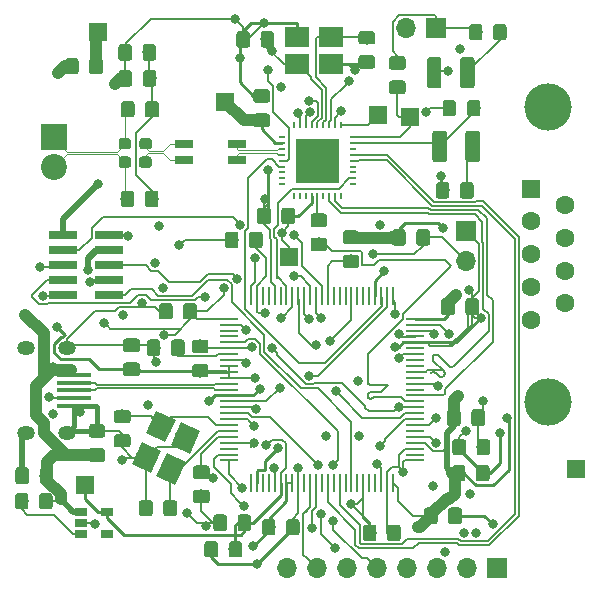
<source format=gtl>
G04 #@! TF.GenerationSoftware,KiCad,Pcbnew,(5.99.0-97-g37fac7a8f)*
G04 #@! TF.CreationDate,2019-12-11T21:19:41+01:00*
G04 #@! TF.ProjectId,canbox,63616e62-6f78-42e6-9b69-6361645f7063,rev?*
G04 #@! TF.SameCoordinates,Original*
G04 #@! TF.FileFunction,Copper,L1,Top*
G04 #@! TF.FilePolarity,Positive*
%FSLAX46Y46*%
G04 Gerber Fmt 4.6, Leading zero omitted, Abs format (unit mm)*
G04 Created by KiCad (PCBNEW (5.99.0-97-g37fac7a8f)) date 2019-12-11 21:19:41*
%MOMM*%
%LPD*%
G04 APERTURE LIST*
%ADD10C,0.100000*%
%ADD11C,1.150000*%
%ADD12C,1.800000*%
%ADD13R,1.500000X1.500000*%
%ADD14C,0.950000*%
%ADD15R,1.524000X0.700000*%
%ADD16R,1.500000X0.280000*%
%ADD17R,0.280000X1.500000*%
%ADD18O,1.700000X1.700000*%
%ADD19R,1.700000X1.700000*%
%ADD20R,2.400000X0.740000*%
%ADD21R,1.850000X1.850000*%
%ADD22O,0.600000X0.250000*%
%ADD23O,0.250000X0.600000*%
%ADD24C,1.250000*%
%ADD25R,1.060000X0.650000*%
%ADD26R,2.100000X1.800000*%
%ADD27C,4.000000*%
%ADD28C,1.600000*%
%ADD29R,1.600000X1.600000*%
%ADD30C,2.200000*%
%ADD31R,2.200000X2.200000*%
%ADD32O,1.524000X1.200000*%
%ADD33C,0.800000*%
%ADD34R,3.000000X0.400000*%
%ADD35C,0.146812*%
%ADD36C,1.000000*%
%ADD37C,0.254000*%
%ADD38C,0.500000*%
%ADD39C,0.381000*%
%ADD40C,0.131318*%
%ADD41C,0.200000*%
%ADD42C,0.101600*%
G04 APERTURE END LIST*
D10*
G36*
X38051931Y-65836550D02*
G01*
X38133037Y-65890743D01*
X38187230Y-65971849D01*
X38206260Y-66067519D01*
X38206260Y-66967521D01*
X38187230Y-67063191D01*
X38133037Y-67144297D01*
X38051931Y-67198490D01*
X37956261Y-67217520D01*
X37306259Y-67217520D01*
X37210589Y-67198490D01*
X37129483Y-67144297D01*
X37075290Y-67063191D01*
X37056260Y-66967521D01*
X37056260Y-66067519D01*
X37075290Y-65971849D01*
X37129483Y-65890743D01*
X37210589Y-65836550D01*
X37306259Y-65817520D01*
X37956261Y-65817520D01*
X38051931Y-65836550D01*
X38051931Y-65836550D01*
G37*
D11*
X37631260Y-66517520D03*
D10*
G36*
X40101931Y-65836550D02*
G01*
X40183037Y-65890743D01*
X40237230Y-65971849D01*
X40256260Y-66067519D01*
X40256260Y-66967521D01*
X40237230Y-67063191D01*
X40183037Y-67144297D01*
X40101931Y-67198490D01*
X40006261Y-67217520D01*
X39356259Y-67217520D01*
X39260589Y-67198490D01*
X39179483Y-67144297D01*
X39125290Y-67063191D01*
X39106260Y-66967521D01*
X39106260Y-66067519D01*
X39125290Y-65971849D01*
X39179483Y-65890743D01*
X39260589Y-65836550D01*
X39356259Y-65817520D01*
X40006261Y-65817520D01*
X40101931Y-65836550D01*
X40101931Y-65836550D01*
G37*
D11*
X39681260Y-66517520D03*
D12*
X35447040Y-57103040D03*
D10*
G36*
X35075112Y-55771060D02*
G01*
X36706466Y-56531773D01*
X35818968Y-58435020D01*
X34187614Y-57674307D01*
X35075112Y-55771060D01*
X35075112Y-55771060D01*
G37*
D12*
X34221447Y-59731332D03*
D10*
G36*
X33849519Y-58399352D02*
G01*
X35480873Y-59160065D01*
X34593375Y-61063312D01*
X32962021Y-60302599D01*
X33849519Y-58399352D01*
X33849519Y-58399352D01*
G37*
D12*
X32136940Y-58759310D03*
D10*
G36*
X31765012Y-57427330D02*
G01*
X33396366Y-58188043D01*
X32508868Y-60091290D01*
X30877514Y-59330577D01*
X31765012Y-57427330D01*
X31765012Y-57427330D01*
G37*
D12*
X33362533Y-56131018D03*
D10*
G36*
X32990605Y-54799038D02*
G01*
X34621959Y-55559751D01*
X33734461Y-57462998D01*
X32103107Y-56702285D01*
X32990605Y-54799038D01*
X32990605Y-54799038D01*
G37*
D13*
X38834060Y-28628340D03*
X44181040Y-41784040D03*
D10*
G36*
X30685427Y-33282119D02*
G01*
X30762478Y-33333602D01*
X30813961Y-33410653D01*
X30832040Y-33501540D01*
X30832040Y-33976540D01*
X30813961Y-34067427D01*
X30762478Y-34144478D01*
X30685427Y-34195961D01*
X30594540Y-34214040D01*
X30019540Y-34214040D01*
X29928653Y-34195961D01*
X29851602Y-34144478D01*
X29800119Y-34067427D01*
X29782040Y-33976540D01*
X29782040Y-33501540D01*
X29800119Y-33410653D01*
X29851602Y-33333602D01*
X29928653Y-33282119D01*
X30019540Y-33264040D01*
X30594540Y-33264040D01*
X30685427Y-33282119D01*
X30685427Y-33282119D01*
G37*
D14*
X30307040Y-33739040D03*
D10*
G36*
X32435427Y-33282119D02*
G01*
X32512478Y-33333602D01*
X32563961Y-33410653D01*
X32582040Y-33501540D01*
X32582040Y-33976540D01*
X32563961Y-34067427D01*
X32512478Y-34144478D01*
X32435427Y-34195961D01*
X32344540Y-34214040D01*
X31769540Y-34214040D01*
X31678653Y-34195961D01*
X31601602Y-34144478D01*
X31550119Y-34067427D01*
X31532040Y-33976540D01*
X31532040Y-33501540D01*
X31550119Y-33410653D01*
X31601602Y-33333602D01*
X31678653Y-33282119D01*
X31769540Y-33264040D01*
X32344540Y-33264040D01*
X32435427Y-33282119D01*
X32435427Y-33282119D01*
G37*
D14*
X32057040Y-33739040D03*
D10*
G36*
X32444427Y-31721119D02*
G01*
X32521478Y-31772602D01*
X32572961Y-31849653D01*
X32591040Y-31940540D01*
X32591040Y-32415540D01*
X32572961Y-32506427D01*
X32521478Y-32583478D01*
X32444427Y-32634961D01*
X32353540Y-32653040D01*
X31778540Y-32653040D01*
X31687653Y-32634961D01*
X31610602Y-32583478D01*
X31559119Y-32506427D01*
X31541040Y-32415540D01*
X31541040Y-31940540D01*
X31559119Y-31849653D01*
X31610602Y-31772602D01*
X31687653Y-31721119D01*
X31778540Y-31703040D01*
X32353540Y-31703040D01*
X32444427Y-31721119D01*
X32444427Y-31721119D01*
G37*
D14*
X32066040Y-32178040D03*
D10*
G36*
X30694427Y-31721119D02*
G01*
X30771478Y-31772602D01*
X30822961Y-31849653D01*
X30841040Y-31940540D01*
X30841040Y-32415540D01*
X30822961Y-32506427D01*
X30771478Y-32583478D01*
X30694427Y-32634961D01*
X30603540Y-32653040D01*
X30028540Y-32653040D01*
X29937653Y-32634961D01*
X29860602Y-32583478D01*
X29809119Y-32506427D01*
X29791040Y-32415540D01*
X29791040Y-31940540D01*
X29809119Y-31849653D01*
X29860602Y-31772602D01*
X29937653Y-31721119D01*
X30028540Y-31703040D01*
X30603540Y-31703040D01*
X30694427Y-31721119D01*
X30694427Y-31721119D01*
G37*
D14*
X30316040Y-32178040D03*
D15*
X39788040Y-32195040D03*
X39788040Y-33595040D03*
X35288040Y-33595040D03*
X35288040Y-32195040D03*
D16*
X39100000Y-53000000D03*
X39100000Y-52500000D03*
D17*
X41000000Y-45100000D03*
X41500000Y-45100000D03*
X42000000Y-45100000D03*
X42500000Y-45100000D03*
X43000000Y-45100000D03*
X43500000Y-45100000D03*
X44000000Y-45100000D03*
X44500000Y-45100000D03*
X45000000Y-45100000D03*
X45500000Y-45100000D03*
X46000000Y-45100000D03*
X46500000Y-45100000D03*
X47000000Y-45100000D03*
X47500000Y-45100000D03*
X48000000Y-45100000D03*
X48500000Y-45100000D03*
X49000000Y-45100000D03*
X49500000Y-45100000D03*
X50000000Y-45100000D03*
X50500000Y-45100000D03*
X51000000Y-45100000D03*
X51500000Y-45100000D03*
X52000000Y-45100000D03*
X52500000Y-45100000D03*
X53000000Y-45100000D03*
D16*
X54900000Y-47000000D03*
X54900000Y-47500000D03*
X54900000Y-48000000D03*
X54900000Y-48500000D03*
X54900000Y-49000000D03*
X54900000Y-49500000D03*
X54900000Y-50000000D03*
X54900000Y-50500000D03*
X54900000Y-51000000D03*
X54900000Y-51500000D03*
X54900000Y-52000000D03*
X54900000Y-52500000D03*
X54900000Y-53000000D03*
X54900000Y-53500000D03*
X54900000Y-54000000D03*
X54900000Y-54500000D03*
X54900000Y-55000000D03*
X54900000Y-55500000D03*
X54900000Y-56000000D03*
X54900000Y-56500000D03*
X54900000Y-57000000D03*
X54900000Y-57500000D03*
X54900000Y-58000000D03*
X54900000Y-58500000D03*
X54900000Y-59000000D03*
D17*
X53000000Y-60900000D03*
X52500000Y-60900000D03*
X52000000Y-60900000D03*
X51500000Y-60900000D03*
X51000000Y-60900000D03*
X50500000Y-60900000D03*
X50000000Y-60900000D03*
X49500000Y-60900000D03*
X49000000Y-60900000D03*
X48500000Y-60900000D03*
X48000000Y-60900000D03*
X47500000Y-60900000D03*
X47000000Y-60900000D03*
X46500000Y-60900000D03*
X46000000Y-60900000D03*
X45500000Y-60900000D03*
X45000000Y-60900000D03*
X44500000Y-60900000D03*
X44000000Y-60900000D03*
X43500000Y-60900000D03*
X43000000Y-60900000D03*
X42500000Y-60900000D03*
X42000000Y-60900000D03*
X41500000Y-60900000D03*
X41000000Y-60900000D03*
D16*
X39100000Y-59000000D03*
X39100000Y-58500000D03*
X39100000Y-58000000D03*
X39100000Y-57500000D03*
X39100000Y-57000000D03*
X39100000Y-56500000D03*
X39100000Y-56000000D03*
X39100000Y-55500000D03*
X39100000Y-55000000D03*
X39100000Y-54500000D03*
X39100000Y-54000000D03*
X39100000Y-53500000D03*
X39100000Y-52000000D03*
X39100000Y-51500000D03*
X39100000Y-51000000D03*
X39100000Y-50500000D03*
X39100000Y-50000000D03*
X39100000Y-49500000D03*
X39100000Y-49000000D03*
X39100000Y-48500000D03*
X39100000Y-48000000D03*
X39100000Y-47500000D03*
X39100000Y-47000000D03*
D18*
X54105040Y-22405040D03*
D19*
X56645040Y-22405040D03*
D20*
X28975040Y-45015040D03*
X25075040Y-45015040D03*
X28975040Y-43745040D03*
X25075040Y-43745040D03*
X28975040Y-42475040D03*
X25075040Y-42475040D03*
X28975040Y-41205040D03*
X25075040Y-41205040D03*
X28975040Y-39935040D03*
X25075040Y-39935040D03*
D13*
X54435040Y-29895040D03*
D21*
X45695040Y-34545040D03*
X47545040Y-34545040D03*
X45695040Y-32695040D03*
X47545040Y-32695040D03*
D22*
X49620040Y-31620040D03*
X49620040Y-32120040D03*
X49620040Y-32620040D03*
X49620040Y-33120040D03*
X49620040Y-33620040D03*
X49620040Y-34120040D03*
X49620040Y-34620040D03*
X49620040Y-35120040D03*
X49620040Y-35620040D03*
D23*
X48620040Y-36620040D03*
X48120040Y-36620040D03*
X47620040Y-36620040D03*
X47120040Y-36620040D03*
X46620040Y-36620040D03*
X46120040Y-36620040D03*
X45620040Y-36620040D03*
X45120040Y-36620040D03*
X44620040Y-36620040D03*
D22*
X43620040Y-35620040D03*
X43620040Y-35120040D03*
X43620040Y-34620040D03*
X43620040Y-34120040D03*
X43620040Y-33620040D03*
X43620040Y-33120040D03*
X43620040Y-32620040D03*
X43620040Y-32120040D03*
X43620040Y-31620040D03*
D23*
X44620040Y-30620040D03*
X45120040Y-30620040D03*
X45620040Y-30620040D03*
X46120040Y-30620040D03*
X46620040Y-30620040D03*
X47120040Y-30620040D03*
X47620040Y-30620040D03*
X48120040Y-30620040D03*
X48620040Y-30620040D03*
D10*
G36*
X47280711Y-40149070D02*
G01*
X47361817Y-40203263D01*
X47416010Y-40284369D01*
X47435040Y-40380039D01*
X47435040Y-41030041D01*
X47416010Y-41125711D01*
X47361817Y-41206817D01*
X47280711Y-41261010D01*
X47185041Y-41280040D01*
X46285039Y-41280040D01*
X46189369Y-41261010D01*
X46108263Y-41206817D01*
X46054070Y-41125711D01*
X46035040Y-41030041D01*
X46035040Y-40380039D01*
X46054070Y-40284369D01*
X46108263Y-40203263D01*
X46189369Y-40149070D01*
X46285039Y-40130040D01*
X47185041Y-40130040D01*
X47280711Y-40149070D01*
X47280711Y-40149070D01*
G37*
D11*
X46735040Y-40705040D03*
D10*
G36*
X47280711Y-38099070D02*
G01*
X47361817Y-38153263D01*
X47416010Y-38234369D01*
X47435040Y-38330039D01*
X47435040Y-38980041D01*
X47416010Y-39075711D01*
X47361817Y-39156817D01*
X47280711Y-39211010D01*
X47185041Y-39230040D01*
X46285039Y-39230040D01*
X46189369Y-39211010D01*
X46108263Y-39156817D01*
X46054070Y-39075711D01*
X46035040Y-38980041D01*
X46035040Y-38330039D01*
X46054070Y-38234369D01*
X46108263Y-38153263D01*
X46189369Y-38099070D01*
X46285039Y-38080040D01*
X47185041Y-38080040D01*
X47280711Y-38099070D01*
X47280711Y-38099070D01*
G37*
D11*
X46735040Y-38655040D03*
D18*
X59165040Y-42095040D03*
D19*
X59165040Y-39555040D03*
D10*
G36*
X59765711Y-24839070D02*
G01*
X59846817Y-24893263D01*
X59901010Y-24974369D01*
X59920040Y-25070040D01*
X59920040Y-27220040D01*
X59901010Y-27315711D01*
X59846817Y-27396817D01*
X59765711Y-27451010D01*
X59670040Y-27470040D01*
X58920040Y-27470040D01*
X58824369Y-27451010D01*
X58743263Y-27396817D01*
X58689070Y-27315711D01*
X58670040Y-27220040D01*
X58670040Y-25070040D01*
X58689070Y-24974369D01*
X58743263Y-24893263D01*
X58824369Y-24839070D01*
X58920040Y-24820040D01*
X59670040Y-24820040D01*
X59765711Y-24839070D01*
X59765711Y-24839070D01*
G37*
D24*
X59295040Y-26145040D03*
D10*
G36*
X56965711Y-24839070D02*
G01*
X57046817Y-24893263D01*
X57101010Y-24974369D01*
X57120040Y-25070040D01*
X57120040Y-27220040D01*
X57101010Y-27315711D01*
X57046817Y-27396817D01*
X56965711Y-27451010D01*
X56870040Y-27470040D01*
X56120040Y-27470040D01*
X56024369Y-27451010D01*
X55943263Y-27396817D01*
X55889070Y-27315711D01*
X55870040Y-27220040D01*
X55870040Y-25070040D01*
X55889070Y-24974369D01*
X55943263Y-24893263D01*
X56024369Y-24839070D01*
X56120040Y-24820040D01*
X56870040Y-24820040D01*
X56965711Y-24839070D01*
X56965711Y-24839070D01*
G37*
D24*
X56495040Y-26145040D03*
D10*
G36*
X60245093Y-31094651D02*
G01*
X60326199Y-31148844D01*
X60380392Y-31229950D01*
X60399422Y-31325621D01*
X60399422Y-33475621D01*
X60380392Y-33571292D01*
X60326199Y-33652398D01*
X60245093Y-33706591D01*
X60149422Y-33725621D01*
X59399422Y-33725621D01*
X59303751Y-33706591D01*
X59222645Y-33652398D01*
X59168452Y-33571292D01*
X59149422Y-33475621D01*
X59149422Y-31325621D01*
X59168452Y-31229950D01*
X59222645Y-31148844D01*
X59303751Y-31094651D01*
X59399422Y-31075621D01*
X60149422Y-31075621D01*
X60245093Y-31094651D01*
X60245093Y-31094651D01*
G37*
D24*
X59774422Y-32400621D03*
D10*
G36*
X57445093Y-31094651D02*
G01*
X57526199Y-31148844D01*
X57580392Y-31229950D01*
X57599422Y-31325621D01*
X57599422Y-33475621D01*
X57580392Y-33571292D01*
X57526199Y-33652398D01*
X57445093Y-33706591D01*
X57349422Y-33725621D01*
X56599422Y-33725621D01*
X56503751Y-33706591D01*
X56422645Y-33652398D01*
X56368452Y-33571292D01*
X56349422Y-33475621D01*
X56349422Y-31325621D01*
X56368452Y-31229950D01*
X56422645Y-31148844D01*
X56503751Y-31094651D01*
X56599422Y-31075621D01*
X57349422Y-31075621D01*
X57445093Y-31094651D01*
X57445093Y-31094651D01*
G37*
D24*
X56974422Y-32400621D03*
D25*
X28825040Y-63335040D03*
X28825040Y-65235040D03*
X26625040Y-65235040D03*
X26625040Y-64285040D03*
X26625040Y-63335040D03*
D13*
X68535040Y-59765040D03*
X51765040Y-29765040D03*
D26*
X47785040Y-25455040D03*
X44885040Y-25455040D03*
X44885040Y-23155040D03*
X47785040Y-23155040D03*
D10*
G36*
X57640711Y-35449070D02*
G01*
X57721817Y-35503263D01*
X57776010Y-35584369D01*
X57795040Y-35680039D01*
X57795040Y-36580041D01*
X57776010Y-36675711D01*
X57721817Y-36756817D01*
X57640711Y-36811010D01*
X57545041Y-36830040D01*
X56895039Y-36830040D01*
X56799369Y-36811010D01*
X56718263Y-36756817D01*
X56664070Y-36675711D01*
X56645040Y-36580041D01*
X56645040Y-35680039D01*
X56664070Y-35584369D01*
X56718263Y-35503263D01*
X56799369Y-35449070D01*
X56895039Y-35430040D01*
X57545041Y-35430040D01*
X57640711Y-35449070D01*
X57640711Y-35449070D01*
G37*
D11*
X57220040Y-36130040D03*
D10*
G36*
X59690711Y-35449070D02*
G01*
X59771817Y-35503263D01*
X59826010Y-35584369D01*
X59845040Y-35680039D01*
X59845040Y-36580041D01*
X59826010Y-36675711D01*
X59771817Y-36756817D01*
X59690711Y-36811010D01*
X59595041Y-36830040D01*
X58945039Y-36830040D01*
X58849369Y-36811010D01*
X58768263Y-36756817D01*
X58714070Y-36675711D01*
X58695040Y-36580041D01*
X58695040Y-35680039D01*
X58714070Y-35584369D01*
X58768263Y-35503263D01*
X58849369Y-35449070D01*
X58945039Y-35430040D01*
X59595041Y-35430040D01*
X59690711Y-35449070D01*
X59690711Y-35449070D01*
G37*
D11*
X59270040Y-36130040D03*
D10*
G36*
X60430711Y-22044070D02*
G01*
X60511817Y-22098263D01*
X60566010Y-22179369D01*
X60585040Y-22275039D01*
X60585040Y-23175041D01*
X60566010Y-23270711D01*
X60511817Y-23351817D01*
X60430711Y-23406010D01*
X60335041Y-23425040D01*
X59685039Y-23425040D01*
X59589369Y-23406010D01*
X59508263Y-23351817D01*
X59454070Y-23270711D01*
X59435040Y-23175041D01*
X59435040Y-22275039D01*
X59454070Y-22179369D01*
X59508263Y-22098263D01*
X59589369Y-22044070D01*
X59685039Y-22025040D01*
X60335041Y-22025040D01*
X60430711Y-22044070D01*
X60430711Y-22044070D01*
G37*
D11*
X60010040Y-22725040D03*
D10*
G36*
X62480711Y-22044070D02*
G01*
X62561817Y-22098263D01*
X62616010Y-22179369D01*
X62635040Y-22275039D01*
X62635040Y-23175041D01*
X62616010Y-23270711D01*
X62561817Y-23351817D01*
X62480711Y-23406010D01*
X62385041Y-23425040D01*
X61735039Y-23425040D01*
X61639369Y-23406010D01*
X61558263Y-23351817D01*
X61504070Y-23270711D01*
X61485040Y-23175041D01*
X61485040Y-22275039D01*
X61504070Y-22179369D01*
X61558263Y-22098263D01*
X61639369Y-22044070D01*
X61735039Y-22025040D01*
X62385041Y-22025040D01*
X62480711Y-22044070D01*
X62480711Y-22044070D01*
G37*
D11*
X62060040Y-22725040D03*
D10*
G36*
X58211711Y-28480070D02*
G01*
X58292817Y-28534263D01*
X58347010Y-28615369D01*
X58366040Y-28711039D01*
X58366040Y-29611041D01*
X58347010Y-29706711D01*
X58292817Y-29787817D01*
X58211711Y-29842010D01*
X58116041Y-29861040D01*
X57466039Y-29861040D01*
X57370369Y-29842010D01*
X57289263Y-29787817D01*
X57235070Y-29706711D01*
X57216040Y-29611041D01*
X57216040Y-28711039D01*
X57235070Y-28615369D01*
X57289263Y-28534263D01*
X57370369Y-28480070D01*
X57466039Y-28461040D01*
X58116041Y-28461040D01*
X58211711Y-28480070D01*
X58211711Y-28480070D01*
G37*
D11*
X57791040Y-29161040D03*
D10*
G36*
X60261711Y-28480070D02*
G01*
X60342817Y-28534263D01*
X60397010Y-28615369D01*
X60416040Y-28711039D01*
X60416040Y-29611041D01*
X60397010Y-29706711D01*
X60342817Y-29787817D01*
X60261711Y-29842010D01*
X60166041Y-29861040D01*
X59516039Y-29861040D01*
X59420369Y-29842010D01*
X59339263Y-29787817D01*
X59285070Y-29706711D01*
X59266040Y-29611041D01*
X59266040Y-28711039D01*
X59285070Y-28615369D01*
X59339263Y-28534263D01*
X59420369Y-28480070D01*
X59516039Y-28461040D01*
X60166041Y-28461040D01*
X60261711Y-28480070D01*
X60261711Y-28480070D01*
G37*
D11*
X59841040Y-29161040D03*
D10*
G36*
X42515711Y-37614070D02*
G01*
X42596817Y-37668263D01*
X42651010Y-37749369D01*
X42670040Y-37845039D01*
X42670040Y-38745041D01*
X42651010Y-38840711D01*
X42596817Y-38921817D01*
X42515711Y-38976010D01*
X42420041Y-38995040D01*
X41770039Y-38995040D01*
X41674369Y-38976010D01*
X41593263Y-38921817D01*
X41539070Y-38840711D01*
X41520040Y-38745041D01*
X41520040Y-37845039D01*
X41539070Y-37749369D01*
X41593263Y-37668263D01*
X41674369Y-37614070D01*
X41770039Y-37595040D01*
X42420041Y-37595040D01*
X42515711Y-37614070D01*
X42515711Y-37614070D01*
G37*
D11*
X42095040Y-38295040D03*
D10*
G36*
X44565711Y-37614070D02*
G01*
X44646817Y-37668263D01*
X44701010Y-37749369D01*
X44720040Y-37845039D01*
X44720040Y-38745041D01*
X44701010Y-38840711D01*
X44646817Y-38921817D01*
X44565711Y-38976010D01*
X44470041Y-38995040D01*
X43820039Y-38995040D01*
X43724369Y-38976010D01*
X43643263Y-38921817D01*
X43589070Y-38840711D01*
X43570040Y-38745041D01*
X43570040Y-37845039D01*
X43589070Y-37749369D01*
X43643263Y-37668263D01*
X43724369Y-37614070D01*
X43820039Y-37595040D01*
X44470041Y-37595040D01*
X44565711Y-37614070D01*
X44565711Y-37614070D01*
G37*
D11*
X44145040Y-38295040D03*
D10*
G36*
X58595711Y-54684070D02*
G01*
X58676817Y-54738263D01*
X58731010Y-54819369D01*
X58750040Y-54915039D01*
X58750040Y-55815041D01*
X58731010Y-55910711D01*
X58676817Y-55991817D01*
X58595711Y-56046010D01*
X58500041Y-56065040D01*
X57850039Y-56065040D01*
X57754369Y-56046010D01*
X57673263Y-55991817D01*
X57619070Y-55910711D01*
X57600040Y-55815041D01*
X57600040Y-54915039D01*
X57619070Y-54819369D01*
X57673263Y-54738263D01*
X57754369Y-54684070D01*
X57850039Y-54665040D01*
X58500041Y-54665040D01*
X58595711Y-54684070D01*
X58595711Y-54684070D01*
G37*
D11*
X58175040Y-55365040D03*
D10*
G36*
X60645711Y-54684070D02*
G01*
X60726817Y-54738263D01*
X60781010Y-54819369D01*
X60800040Y-54915039D01*
X60800040Y-55815041D01*
X60781010Y-55910711D01*
X60726817Y-55991817D01*
X60645711Y-56046010D01*
X60550041Y-56065040D01*
X59900039Y-56065040D01*
X59804369Y-56046010D01*
X59723263Y-55991817D01*
X59669070Y-55910711D01*
X59650040Y-55815041D01*
X59650040Y-54915039D01*
X59669070Y-54819369D01*
X59723263Y-54738263D01*
X59804369Y-54684070D01*
X59900039Y-54665040D01*
X60550041Y-54665040D01*
X60645711Y-54684070D01*
X60645711Y-54684070D01*
G37*
D11*
X60225040Y-55365040D03*
D10*
G36*
X59035711Y-57174070D02*
G01*
X59116817Y-57228263D01*
X59171010Y-57309369D01*
X59190040Y-57405039D01*
X59190040Y-58305041D01*
X59171010Y-58400711D01*
X59116817Y-58481817D01*
X59035711Y-58536010D01*
X58940041Y-58555040D01*
X58290039Y-58555040D01*
X58194369Y-58536010D01*
X58113263Y-58481817D01*
X58059070Y-58400711D01*
X58040040Y-58305041D01*
X58040040Y-57405039D01*
X58059070Y-57309369D01*
X58113263Y-57228263D01*
X58194369Y-57174070D01*
X58290039Y-57155040D01*
X58940041Y-57155040D01*
X59035711Y-57174070D01*
X59035711Y-57174070D01*
G37*
D11*
X58615040Y-57855040D03*
D10*
G36*
X61085711Y-57174070D02*
G01*
X61166817Y-57228263D01*
X61221010Y-57309369D01*
X61240040Y-57405039D01*
X61240040Y-58305041D01*
X61221010Y-58400711D01*
X61166817Y-58481817D01*
X61085711Y-58536010D01*
X60990041Y-58555040D01*
X60340039Y-58555040D01*
X60244369Y-58536010D01*
X60163263Y-58481817D01*
X60109070Y-58400711D01*
X60090040Y-58305041D01*
X60090040Y-57405039D01*
X60109070Y-57309369D01*
X60163263Y-57228263D01*
X60244369Y-57174070D01*
X60340039Y-57155040D01*
X60990041Y-57155040D01*
X61085711Y-57174070D01*
X61085711Y-57174070D01*
G37*
D11*
X60665040Y-57855040D03*
D10*
G36*
X34195711Y-45684070D02*
G01*
X34276817Y-45738263D01*
X34331010Y-45819369D01*
X34350040Y-45915039D01*
X34350040Y-46815041D01*
X34331010Y-46910711D01*
X34276817Y-46991817D01*
X34195711Y-47046010D01*
X34100041Y-47065040D01*
X33450039Y-47065040D01*
X33354369Y-47046010D01*
X33273263Y-46991817D01*
X33219070Y-46910711D01*
X33200040Y-46815041D01*
X33200040Y-45915039D01*
X33219070Y-45819369D01*
X33273263Y-45738263D01*
X33354369Y-45684070D01*
X33450039Y-45665040D01*
X34100041Y-45665040D01*
X34195711Y-45684070D01*
X34195711Y-45684070D01*
G37*
D11*
X33775040Y-46365040D03*
D10*
G36*
X36245711Y-45684070D02*
G01*
X36326817Y-45738263D01*
X36381010Y-45819369D01*
X36400040Y-45915039D01*
X36400040Y-46815041D01*
X36381010Y-46910711D01*
X36326817Y-46991817D01*
X36245711Y-47046010D01*
X36150041Y-47065040D01*
X35500039Y-47065040D01*
X35404369Y-47046010D01*
X35323263Y-46991817D01*
X35269070Y-46910711D01*
X35250040Y-46815041D01*
X35250040Y-45915039D01*
X35269070Y-45819369D01*
X35323263Y-45738263D01*
X35404369Y-45684070D01*
X35500039Y-45665040D01*
X36150041Y-45665040D01*
X36245711Y-45684070D01*
X36245711Y-45684070D01*
G37*
D11*
X35825040Y-46365040D03*
D27*
X66155040Y-29035040D03*
X66155040Y-54035040D03*
D28*
X67575040Y-45690040D03*
X67575040Y-42920040D03*
X67575040Y-40150040D03*
X67575040Y-37380040D03*
X64735040Y-47075040D03*
X64735040Y-44305040D03*
X64735040Y-41535040D03*
X64735040Y-38765040D03*
D29*
X64735040Y-35995040D03*
D30*
X24325040Y-34135040D03*
D31*
X24325040Y-31595040D03*
D10*
G36*
X33165093Y-48779651D02*
G01*
X33246199Y-48833844D01*
X33300392Y-48914950D01*
X33319422Y-49010620D01*
X33319422Y-49910622D01*
X33300392Y-50006292D01*
X33246199Y-50087398D01*
X33165093Y-50141591D01*
X33069423Y-50160621D01*
X32419421Y-50160621D01*
X32323751Y-50141591D01*
X32242645Y-50087398D01*
X32188452Y-50006292D01*
X32169422Y-49910622D01*
X32169422Y-49010620D01*
X32188452Y-48914950D01*
X32242645Y-48833844D01*
X32323751Y-48779651D01*
X32419421Y-48760621D01*
X33069423Y-48760621D01*
X33165093Y-48779651D01*
X33165093Y-48779651D01*
G37*
D11*
X32744422Y-49460621D03*
D10*
G36*
X35215093Y-48779651D02*
G01*
X35296199Y-48833844D01*
X35350392Y-48914950D01*
X35369422Y-49010620D01*
X35369422Y-49910622D01*
X35350392Y-50006292D01*
X35296199Y-50087398D01*
X35215093Y-50141591D01*
X35119423Y-50160621D01*
X34469421Y-50160621D01*
X34373751Y-50141591D01*
X34292645Y-50087398D01*
X34238452Y-50006292D01*
X34219422Y-49910622D01*
X34219422Y-49010620D01*
X34238452Y-48914950D01*
X34292645Y-48833844D01*
X34373751Y-48779651D01*
X34469421Y-48760621D01*
X35119423Y-48760621D01*
X35215093Y-48779651D01*
X35215093Y-48779651D01*
G37*
D11*
X34794422Y-49460621D03*
D18*
X44005040Y-68095040D03*
X46545040Y-68095040D03*
X49085040Y-68095040D03*
X51625040Y-68095040D03*
X54165040Y-68095040D03*
X56705040Y-68095040D03*
X59245040Y-68095040D03*
D19*
X61785040Y-68095040D03*
D13*
X28071040Y-22697040D03*
X26978040Y-61041040D03*
D10*
G36*
X21997711Y-61757070D02*
G01*
X22078817Y-61811263D01*
X22133010Y-61892369D01*
X22152040Y-61988039D01*
X22152040Y-62888041D01*
X22133010Y-62983711D01*
X22078817Y-63064817D01*
X21997711Y-63119010D01*
X21902041Y-63138040D01*
X21252039Y-63138040D01*
X21156369Y-63119010D01*
X21075263Y-63064817D01*
X21021070Y-62983711D01*
X21002040Y-62888041D01*
X21002040Y-61988039D01*
X21021070Y-61892369D01*
X21075263Y-61811263D01*
X21156369Y-61757070D01*
X21252039Y-61738040D01*
X21902041Y-61738040D01*
X21997711Y-61757070D01*
X21997711Y-61757070D01*
G37*
D11*
X21577040Y-62438040D03*
D10*
G36*
X24047711Y-61757070D02*
G01*
X24128817Y-61811263D01*
X24183010Y-61892369D01*
X24202040Y-61988039D01*
X24202040Y-62888041D01*
X24183010Y-62983711D01*
X24128817Y-63064817D01*
X24047711Y-63119010D01*
X23952041Y-63138040D01*
X23302039Y-63138040D01*
X23206369Y-63119010D01*
X23125263Y-63064817D01*
X23071070Y-62983711D01*
X23052040Y-62888041D01*
X23052040Y-61988039D01*
X23071070Y-61892369D01*
X23125263Y-61811263D01*
X23206369Y-61757070D01*
X23302039Y-61738040D01*
X23952041Y-61738040D01*
X24047711Y-61757070D01*
X24047711Y-61757070D01*
G37*
D11*
X23627040Y-62438040D03*
D10*
G36*
X30755711Y-23774070D02*
G01*
X30836817Y-23828263D01*
X30891010Y-23909369D01*
X30910040Y-24005039D01*
X30910040Y-24905041D01*
X30891010Y-25000711D01*
X30836817Y-25081817D01*
X30755711Y-25136010D01*
X30660041Y-25155040D01*
X30010039Y-25155040D01*
X29914369Y-25136010D01*
X29833263Y-25081817D01*
X29779070Y-25000711D01*
X29760040Y-24905041D01*
X29760040Y-24005039D01*
X29779070Y-23909369D01*
X29833263Y-23828263D01*
X29914369Y-23774070D01*
X30010039Y-23755040D01*
X30660041Y-23755040D01*
X30755711Y-23774070D01*
X30755711Y-23774070D01*
G37*
D11*
X30335040Y-24455040D03*
D10*
G36*
X32805711Y-23774070D02*
G01*
X32886817Y-23828263D01*
X32941010Y-23909369D01*
X32960040Y-24005039D01*
X32960040Y-24905041D01*
X32941010Y-25000711D01*
X32886817Y-25081817D01*
X32805711Y-25136010D01*
X32710041Y-25155040D01*
X32060039Y-25155040D01*
X31964369Y-25136010D01*
X31883263Y-25081817D01*
X31829070Y-25000711D01*
X31810040Y-24905041D01*
X31810040Y-24005039D01*
X31829070Y-23909369D01*
X31883263Y-23828263D01*
X31964369Y-23774070D01*
X32060039Y-23755040D01*
X32710041Y-23755040D01*
X32805711Y-23774070D01*
X32805711Y-23774070D01*
G37*
D11*
X32385040Y-24455040D03*
D10*
G36*
X33030711Y-28574070D02*
G01*
X33111817Y-28628263D01*
X33166010Y-28709369D01*
X33185040Y-28805039D01*
X33185040Y-29705041D01*
X33166010Y-29800711D01*
X33111817Y-29881817D01*
X33030711Y-29936010D01*
X32935041Y-29955040D01*
X32285039Y-29955040D01*
X32189369Y-29936010D01*
X32108263Y-29881817D01*
X32054070Y-29800711D01*
X32035040Y-29705041D01*
X32035040Y-28805039D01*
X32054070Y-28709369D01*
X32108263Y-28628263D01*
X32189369Y-28574070D01*
X32285039Y-28555040D01*
X32935041Y-28555040D01*
X33030711Y-28574070D01*
X33030711Y-28574070D01*
G37*
D11*
X32610040Y-29255040D03*
D10*
G36*
X30980711Y-28574070D02*
G01*
X31061817Y-28628263D01*
X31116010Y-28709369D01*
X31135040Y-28805039D01*
X31135040Y-29705041D01*
X31116010Y-29800711D01*
X31061817Y-29881817D01*
X30980711Y-29936010D01*
X30885041Y-29955040D01*
X30235039Y-29955040D01*
X30139369Y-29936010D01*
X30058263Y-29881817D01*
X30004070Y-29800711D01*
X29985040Y-29705041D01*
X29985040Y-28805039D01*
X30004070Y-28709369D01*
X30058263Y-28628263D01*
X30139369Y-28574070D01*
X30235039Y-28555040D01*
X30885041Y-28555040D01*
X30980711Y-28574070D01*
X30980711Y-28574070D01*
G37*
D11*
X30560040Y-29255040D03*
D10*
G36*
X33005711Y-36174070D02*
G01*
X33086817Y-36228263D01*
X33141010Y-36309369D01*
X33160040Y-36405039D01*
X33160040Y-37305041D01*
X33141010Y-37400711D01*
X33086817Y-37481817D01*
X33005711Y-37536010D01*
X32910041Y-37555040D01*
X32260039Y-37555040D01*
X32164369Y-37536010D01*
X32083263Y-37481817D01*
X32029070Y-37400711D01*
X32010040Y-37305041D01*
X32010040Y-36405039D01*
X32029070Y-36309369D01*
X32083263Y-36228263D01*
X32164369Y-36174070D01*
X32260039Y-36155040D01*
X32910041Y-36155040D01*
X33005711Y-36174070D01*
X33005711Y-36174070D01*
G37*
D11*
X32585040Y-36855040D03*
D10*
G36*
X30955711Y-36174070D02*
G01*
X31036817Y-36228263D01*
X31091010Y-36309369D01*
X31110040Y-36405039D01*
X31110040Y-37305041D01*
X31091010Y-37400711D01*
X31036817Y-37481817D01*
X30955711Y-37536010D01*
X30860041Y-37555040D01*
X30210039Y-37555040D01*
X30114369Y-37536010D01*
X30033263Y-37481817D01*
X29979070Y-37400711D01*
X29960040Y-37305041D01*
X29960040Y-36405039D01*
X29979070Y-36309369D01*
X30033263Y-36228263D01*
X30114369Y-36174070D01*
X30210039Y-36155040D01*
X30860041Y-36155040D01*
X30955711Y-36174070D01*
X30955711Y-36174070D01*
G37*
D11*
X30535040Y-36855040D03*
D10*
G36*
X53935711Y-26834070D02*
G01*
X54016817Y-26888263D01*
X54071010Y-26969369D01*
X54090040Y-27065039D01*
X54090040Y-27715041D01*
X54071010Y-27810711D01*
X54016817Y-27891817D01*
X53935711Y-27946010D01*
X53840041Y-27965040D01*
X52940039Y-27965040D01*
X52844369Y-27946010D01*
X52763263Y-27891817D01*
X52709070Y-27810711D01*
X52690040Y-27715041D01*
X52690040Y-27065039D01*
X52709070Y-26969369D01*
X52763263Y-26888263D01*
X52844369Y-26834070D01*
X52940039Y-26815040D01*
X53840041Y-26815040D01*
X53935711Y-26834070D01*
X53935711Y-26834070D01*
G37*
D11*
X53390040Y-27390040D03*
D10*
G36*
X53935711Y-24784070D02*
G01*
X54016817Y-24838263D01*
X54071010Y-24919369D01*
X54090040Y-25015039D01*
X54090040Y-25665041D01*
X54071010Y-25760711D01*
X54016817Y-25841817D01*
X53935711Y-25896010D01*
X53840041Y-25915040D01*
X52940039Y-25915040D01*
X52844369Y-25896010D01*
X52763263Y-25841817D01*
X52709070Y-25760711D01*
X52690040Y-25665041D01*
X52690040Y-25015039D01*
X52709070Y-24919369D01*
X52763263Y-24838263D01*
X52844369Y-24784070D01*
X52940039Y-24765040D01*
X53840041Y-24765040D01*
X53935711Y-24784070D01*
X53935711Y-24784070D01*
G37*
D11*
X53390040Y-25340040D03*
D10*
G36*
X53935711Y-39424070D02*
G01*
X54016817Y-39478263D01*
X54071010Y-39559369D01*
X54090040Y-39655039D01*
X54090040Y-40555041D01*
X54071010Y-40650711D01*
X54016817Y-40731817D01*
X53935711Y-40786010D01*
X53840041Y-40805040D01*
X53190039Y-40805040D01*
X53094369Y-40786010D01*
X53013263Y-40731817D01*
X52959070Y-40650711D01*
X52940040Y-40555041D01*
X52940040Y-39655039D01*
X52959070Y-39559369D01*
X53013263Y-39478263D01*
X53094369Y-39424070D01*
X53190039Y-39405040D01*
X53840041Y-39405040D01*
X53935711Y-39424070D01*
X53935711Y-39424070D01*
G37*
D11*
X53515040Y-40105040D03*
D10*
G36*
X55985711Y-39424070D02*
G01*
X56066817Y-39478263D01*
X56121010Y-39559369D01*
X56140040Y-39655039D01*
X56140040Y-40555041D01*
X56121010Y-40650711D01*
X56066817Y-40731817D01*
X55985711Y-40786010D01*
X55890041Y-40805040D01*
X55240039Y-40805040D01*
X55144369Y-40786010D01*
X55063263Y-40731817D01*
X55009070Y-40650711D01*
X54990040Y-40555041D01*
X54990040Y-39655039D01*
X55009070Y-39559369D01*
X55063263Y-39478263D01*
X55144369Y-39424070D01*
X55240039Y-39405040D01*
X55890041Y-39405040D01*
X55985711Y-39424070D01*
X55985711Y-39424070D01*
G37*
D11*
X55565040Y-40105040D03*
D10*
G36*
X50000711Y-39539070D02*
G01*
X50081817Y-39593263D01*
X50136010Y-39674369D01*
X50155040Y-39770039D01*
X50155040Y-40420041D01*
X50136010Y-40515711D01*
X50081817Y-40596817D01*
X50000711Y-40651010D01*
X49905041Y-40670040D01*
X49005039Y-40670040D01*
X48909369Y-40651010D01*
X48828263Y-40596817D01*
X48774070Y-40515711D01*
X48755040Y-40420041D01*
X48755040Y-39770039D01*
X48774070Y-39674369D01*
X48828263Y-39593263D01*
X48909369Y-39539070D01*
X49005039Y-39520040D01*
X49905041Y-39520040D01*
X50000711Y-39539070D01*
X50000711Y-39539070D01*
G37*
D11*
X49455040Y-40095040D03*
D10*
G36*
X50000711Y-41589070D02*
G01*
X50081817Y-41643263D01*
X50136010Y-41724369D01*
X50155040Y-41820039D01*
X50155040Y-42470041D01*
X50136010Y-42565711D01*
X50081817Y-42646817D01*
X50000711Y-42701010D01*
X49905041Y-42720040D01*
X49005039Y-42720040D01*
X48909369Y-42701010D01*
X48828263Y-42646817D01*
X48774070Y-42565711D01*
X48755040Y-42470041D01*
X48755040Y-41820039D01*
X48774070Y-41724369D01*
X48828263Y-41643263D01*
X48909369Y-41589070D01*
X49005039Y-41570040D01*
X49905041Y-41570040D01*
X50000711Y-41589070D01*
X50000711Y-41589070D01*
G37*
D11*
X49455040Y-42145040D03*
D32*
X21970000Y-49495000D03*
X25420000Y-49495000D03*
D33*
X24270000Y-51070000D03*
X24270000Y-55070000D03*
D34*
X26000000Y-54370000D03*
X26000000Y-53720000D03*
X26000000Y-53070000D03*
X26000000Y-52420000D03*
X26000000Y-51770000D03*
D32*
X21970000Y-56645000D03*
X25420000Y-56645000D03*
D10*
G36*
X22045711Y-59598070D02*
G01*
X22126817Y-59652263D01*
X22181010Y-59733369D01*
X22200040Y-59829039D01*
X22200040Y-60729041D01*
X22181010Y-60824711D01*
X22126817Y-60905817D01*
X22045711Y-60960010D01*
X21950041Y-60979040D01*
X21300039Y-60979040D01*
X21204369Y-60960010D01*
X21123263Y-60905817D01*
X21069070Y-60824711D01*
X21050040Y-60729041D01*
X21050040Y-59829039D01*
X21069070Y-59733369D01*
X21123263Y-59652263D01*
X21204369Y-59598070D01*
X21300039Y-59579040D01*
X21950041Y-59579040D01*
X22045711Y-59598070D01*
X22045711Y-59598070D01*
G37*
D11*
X21625040Y-60279040D03*
D10*
G36*
X24095711Y-59598070D02*
G01*
X24176817Y-59652263D01*
X24231010Y-59733369D01*
X24250040Y-59829039D01*
X24250040Y-60729041D01*
X24231010Y-60824711D01*
X24176817Y-60905817D01*
X24095711Y-60960010D01*
X24000041Y-60979040D01*
X23350039Y-60979040D01*
X23254369Y-60960010D01*
X23173263Y-60905817D01*
X23119070Y-60824711D01*
X23100040Y-60729041D01*
X23100040Y-59829039D01*
X23119070Y-59733369D01*
X23173263Y-59652263D01*
X23254369Y-59598070D01*
X23350039Y-59579040D01*
X24000041Y-59579040D01*
X24095711Y-59598070D01*
X24095711Y-59598070D01*
G37*
D11*
X23675040Y-60279040D03*
D10*
G36*
X26242091Y-24919690D02*
G01*
X26323197Y-24973883D01*
X26377390Y-25054989D01*
X26396420Y-25150659D01*
X26396420Y-26050661D01*
X26377390Y-26146331D01*
X26323197Y-26227437D01*
X26242091Y-26281630D01*
X26146421Y-26300660D01*
X25496419Y-26300660D01*
X25400749Y-26281630D01*
X25319643Y-26227437D01*
X25265450Y-26146331D01*
X25246420Y-26050661D01*
X25246420Y-25150659D01*
X25265450Y-25054989D01*
X25319643Y-24973883D01*
X25400749Y-24919690D01*
X25496419Y-24900660D01*
X26146421Y-24900660D01*
X26242091Y-24919690D01*
X26242091Y-24919690D01*
G37*
D11*
X25821420Y-25600660D03*
D10*
G36*
X28292091Y-24919690D02*
G01*
X28373197Y-24973883D01*
X28427390Y-25054989D01*
X28446420Y-25150659D01*
X28446420Y-26050661D01*
X28427390Y-26146331D01*
X28373197Y-26227437D01*
X28292091Y-26281630D01*
X28196421Y-26300660D01*
X27546419Y-26300660D01*
X27450749Y-26281630D01*
X27369643Y-26227437D01*
X27315450Y-26146331D01*
X27296420Y-26050661D01*
X27296420Y-25150659D01*
X27315450Y-25054989D01*
X27369643Y-24973883D01*
X27450749Y-24919690D01*
X27546419Y-24900660D01*
X28196421Y-24900660D01*
X28292091Y-24919690D01*
X28292091Y-24919690D01*
G37*
D11*
X27871420Y-25600660D03*
D10*
G36*
X44955711Y-63954070D02*
G01*
X45036817Y-64008263D01*
X45091010Y-64089369D01*
X45110040Y-64185039D01*
X45110040Y-65085041D01*
X45091010Y-65180711D01*
X45036817Y-65261817D01*
X44955711Y-65316010D01*
X44860041Y-65335040D01*
X44210039Y-65335040D01*
X44114369Y-65316010D01*
X44033263Y-65261817D01*
X43979070Y-65180711D01*
X43960040Y-65085041D01*
X43960040Y-64185039D01*
X43979070Y-64089369D01*
X44033263Y-64008263D01*
X44114369Y-63954070D01*
X44210039Y-63935040D01*
X44860041Y-63935040D01*
X44955711Y-63954070D01*
X44955711Y-63954070D01*
G37*
D11*
X44535040Y-64635040D03*
D10*
G36*
X42905711Y-63954070D02*
G01*
X42986817Y-64008263D01*
X43041010Y-64089369D01*
X43060040Y-64185039D01*
X43060040Y-65085041D01*
X43041010Y-65180711D01*
X42986817Y-65261817D01*
X42905711Y-65316010D01*
X42810041Y-65335040D01*
X42160039Y-65335040D01*
X42064369Y-65316010D01*
X41983263Y-65261817D01*
X41929070Y-65180711D01*
X41910040Y-65085041D01*
X41910040Y-64185039D01*
X41929070Y-64089369D01*
X41983263Y-64008263D01*
X42064369Y-63954070D01*
X42160039Y-63935040D01*
X42810041Y-63935040D01*
X42905711Y-63954070D01*
X42905711Y-63954070D01*
G37*
D11*
X42485040Y-64635040D03*
D10*
G36*
X28495093Y-55929651D02*
G01*
X28576199Y-55983844D01*
X28630392Y-56064950D01*
X28649422Y-56160620D01*
X28649422Y-56810622D01*
X28630392Y-56906292D01*
X28576199Y-56987398D01*
X28495093Y-57041591D01*
X28399423Y-57060621D01*
X27499421Y-57060621D01*
X27403751Y-57041591D01*
X27322645Y-56987398D01*
X27268452Y-56906292D01*
X27249422Y-56810622D01*
X27249422Y-56160620D01*
X27268452Y-56064950D01*
X27322645Y-55983844D01*
X27403751Y-55929651D01*
X27499421Y-55910621D01*
X28399423Y-55910621D01*
X28495093Y-55929651D01*
X28495093Y-55929651D01*
G37*
D11*
X27949422Y-56485621D03*
D10*
G36*
X28495093Y-57979651D02*
G01*
X28576199Y-58033844D01*
X28630392Y-58114950D01*
X28649422Y-58210620D01*
X28649422Y-58860622D01*
X28630392Y-58956292D01*
X28576199Y-59037398D01*
X28495093Y-59091591D01*
X28399423Y-59110621D01*
X27499421Y-59110621D01*
X27403751Y-59091591D01*
X27322645Y-59037398D01*
X27268452Y-58956292D01*
X27249422Y-58860622D01*
X27249422Y-58210620D01*
X27268452Y-58114950D01*
X27322645Y-58033844D01*
X27403751Y-57979651D01*
X27499421Y-57960621D01*
X28399423Y-57960621D01*
X28495093Y-57979651D01*
X28495093Y-57979651D01*
G37*
D11*
X27949422Y-58535621D03*
D10*
G36*
X32830711Y-25974070D02*
G01*
X32911817Y-26028263D01*
X32966010Y-26109369D01*
X32985040Y-26205039D01*
X32985040Y-27105041D01*
X32966010Y-27200711D01*
X32911817Y-27281817D01*
X32830711Y-27336010D01*
X32735041Y-27355040D01*
X32085039Y-27355040D01*
X31989369Y-27336010D01*
X31908263Y-27281817D01*
X31854070Y-27200711D01*
X31835040Y-27105041D01*
X31835040Y-26205039D01*
X31854070Y-26109369D01*
X31908263Y-26028263D01*
X31989369Y-25974070D01*
X32085039Y-25955040D01*
X32735041Y-25955040D01*
X32830711Y-25974070D01*
X32830711Y-25974070D01*
G37*
D11*
X32410040Y-26655040D03*
D10*
G36*
X30780711Y-25974070D02*
G01*
X30861817Y-26028263D01*
X30916010Y-26109369D01*
X30935040Y-26205039D01*
X30935040Y-27105041D01*
X30916010Y-27200711D01*
X30861817Y-27281817D01*
X30780711Y-27336010D01*
X30685041Y-27355040D01*
X30035039Y-27355040D01*
X29939369Y-27336010D01*
X29858263Y-27281817D01*
X29804070Y-27200711D01*
X29785040Y-27105041D01*
X29785040Y-26205039D01*
X29804070Y-26109369D01*
X29858263Y-26028263D01*
X29939369Y-25974070D01*
X30035039Y-25955040D01*
X30685041Y-25955040D01*
X30780711Y-25974070D01*
X30780711Y-25974070D01*
G37*
D11*
X30360040Y-26655040D03*
D10*
G36*
X40755711Y-22664070D02*
G01*
X40836817Y-22718263D01*
X40891010Y-22799369D01*
X40910040Y-22895039D01*
X40910040Y-23795041D01*
X40891010Y-23890711D01*
X40836817Y-23971817D01*
X40755711Y-24026010D01*
X40660041Y-24045040D01*
X40010039Y-24045040D01*
X39914369Y-24026010D01*
X39833263Y-23971817D01*
X39779070Y-23890711D01*
X39760040Y-23795041D01*
X39760040Y-22895039D01*
X39779070Y-22799369D01*
X39833263Y-22718263D01*
X39914369Y-22664070D01*
X40010039Y-22645040D01*
X40660041Y-22645040D01*
X40755711Y-22664070D01*
X40755711Y-22664070D01*
G37*
D11*
X40335040Y-23345040D03*
D10*
G36*
X42805711Y-22664070D02*
G01*
X42886817Y-22718263D01*
X42941010Y-22799369D01*
X42960040Y-22895039D01*
X42960040Y-23795041D01*
X42941010Y-23890711D01*
X42886817Y-23971817D01*
X42805711Y-24026010D01*
X42710041Y-24045040D01*
X42060039Y-24045040D01*
X41964369Y-24026010D01*
X41883263Y-23971817D01*
X41829070Y-23890711D01*
X41810040Y-23795041D01*
X41810040Y-22895039D01*
X41829070Y-22799369D01*
X41883263Y-22718263D01*
X41964369Y-22664070D01*
X42060039Y-22645040D01*
X42710041Y-22645040D01*
X42805711Y-22664070D01*
X42805711Y-22664070D01*
G37*
D11*
X42385040Y-23345040D03*
D10*
G36*
X51330711Y-24699070D02*
G01*
X51411817Y-24753263D01*
X51466010Y-24834369D01*
X51485040Y-24930039D01*
X51485040Y-25580041D01*
X51466010Y-25675711D01*
X51411817Y-25756817D01*
X51330711Y-25811010D01*
X51235041Y-25830040D01*
X50335039Y-25830040D01*
X50239369Y-25811010D01*
X50158263Y-25756817D01*
X50104070Y-25675711D01*
X50085040Y-25580041D01*
X50085040Y-24930039D01*
X50104070Y-24834369D01*
X50158263Y-24753263D01*
X50239369Y-24699070D01*
X50335039Y-24680040D01*
X51235041Y-24680040D01*
X51330711Y-24699070D01*
X51330711Y-24699070D01*
G37*
D11*
X50785040Y-25255040D03*
D10*
G36*
X51330711Y-22649070D02*
G01*
X51411817Y-22703263D01*
X51466010Y-22784369D01*
X51485040Y-22880039D01*
X51485040Y-23530041D01*
X51466010Y-23625711D01*
X51411817Y-23706817D01*
X51330711Y-23761010D01*
X51235041Y-23780040D01*
X50335039Y-23780040D01*
X50239369Y-23761010D01*
X50158263Y-23706817D01*
X50104070Y-23625711D01*
X50085040Y-23530041D01*
X50085040Y-22880039D01*
X50104070Y-22784369D01*
X50158263Y-22703263D01*
X50239369Y-22649070D01*
X50335039Y-22630040D01*
X51235041Y-22630040D01*
X51330711Y-22649070D01*
X51330711Y-22649070D01*
G37*
D11*
X50785040Y-23205040D03*
D10*
G36*
X42450711Y-27579070D02*
G01*
X42531817Y-27633263D01*
X42586010Y-27714369D01*
X42605040Y-27810039D01*
X42605040Y-28460041D01*
X42586010Y-28555711D01*
X42531817Y-28636817D01*
X42450711Y-28691010D01*
X42355041Y-28710040D01*
X41455039Y-28710040D01*
X41359369Y-28691010D01*
X41278263Y-28636817D01*
X41224070Y-28555711D01*
X41205040Y-28460041D01*
X41205040Y-27810039D01*
X41224070Y-27714369D01*
X41278263Y-27633263D01*
X41359369Y-27579070D01*
X41455039Y-27560040D01*
X42355041Y-27560040D01*
X42450711Y-27579070D01*
X42450711Y-27579070D01*
G37*
D11*
X41905040Y-28135040D03*
D10*
G36*
X42450711Y-29629070D02*
G01*
X42531817Y-29683263D01*
X42586010Y-29764369D01*
X42605040Y-29860039D01*
X42605040Y-30510041D01*
X42586010Y-30605711D01*
X42531817Y-30686817D01*
X42450711Y-30741010D01*
X42355041Y-30760040D01*
X41455039Y-30760040D01*
X41359369Y-30741010D01*
X41278263Y-30686817D01*
X41224070Y-30605711D01*
X41205040Y-30510041D01*
X41205040Y-29860039D01*
X41224070Y-29764369D01*
X41278263Y-29683263D01*
X41359369Y-29629070D01*
X41455039Y-29610040D01*
X42355041Y-29610040D01*
X42450711Y-29629070D01*
X42450711Y-29629070D01*
G37*
D11*
X41905040Y-30185040D03*
D10*
G36*
X61046329Y-59398489D02*
G01*
X61127435Y-59452682D01*
X61181628Y-59533788D01*
X61200658Y-59629458D01*
X61200658Y-60529460D01*
X61181628Y-60625130D01*
X61127435Y-60706236D01*
X61046329Y-60760429D01*
X60950659Y-60779459D01*
X60300657Y-60779459D01*
X60204987Y-60760429D01*
X60123881Y-60706236D01*
X60069688Y-60625130D01*
X60050658Y-60529460D01*
X60050658Y-59629458D01*
X60069688Y-59533788D01*
X60123881Y-59452682D01*
X60204987Y-59398489D01*
X60300657Y-59379459D01*
X60950659Y-59379459D01*
X61046329Y-59398489D01*
X61046329Y-59398489D01*
G37*
D11*
X60625658Y-60079459D03*
D10*
G36*
X58996329Y-59398489D02*
G01*
X59077435Y-59452682D01*
X59131628Y-59533788D01*
X59150658Y-59629458D01*
X59150658Y-60529460D01*
X59131628Y-60625130D01*
X59077435Y-60706236D01*
X58996329Y-60760429D01*
X58900659Y-60779459D01*
X58250657Y-60779459D01*
X58154987Y-60760429D01*
X58073881Y-60706236D01*
X58019688Y-60625130D01*
X58000658Y-60529460D01*
X58000658Y-59629458D01*
X58019688Y-59533788D01*
X58073881Y-59452682D01*
X58154987Y-59398489D01*
X58250657Y-59379459D01*
X58900659Y-59379459D01*
X58996329Y-59398489D01*
X58996329Y-59398489D01*
G37*
D11*
X58575658Y-60079459D03*
D10*
G36*
X53510711Y-64444070D02*
G01*
X53591817Y-64498263D01*
X53646010Y-64579369D01*
X53665040Y-64675039D01*
X53665040Y-65575041D01*
X53646010Y-65670711D01*
X53591817Y-65751817D01*
X53510711Y-65806010D01*
X53415041Y-65825040D01*
X52765039Y-65825040D01*
X52669369Y-65806010D01*
X52588263Y-65751817D01*
X52534070Y-65670711D01*
X52515040Y-65575041D01*
X52515040Y-64675039D01*
X52534070Y-64579369D01*
X52588263Y-64498263D01*
X52669369Y-64444070D01*
X52765039Y-64425040D01*
X53415041Y-64425040D01*
X53510711Y-64444070D01*
X53510711Y-64444070D01*
G37*
D11*
X53090040Y-65125040D03*
D10*
G36*
X51460711Y-64444070D02*
G01*
X51541817Y-64498263D01*
X51596010Y-64579369D01*
X51615040Y-64675039D01*
X51615040Y-65575041D01*
X51596010Y-65670711D01*
X51541817Y-65751817D01*
X51460711Y-65806010D01*
X51365041Y-65825040D01*
X50715039Y-65825040D01*
X50619369Y-65806010D01*
X50538263Y-65751817D01*
X50484070Y-65670711D01*
X50465040Y-65575041D01*
X50465040Y-64675039D01*
X50484070Y-64579369D01*
X50538263Y-64498263D01*
X50619369Y-64444070D01*
X50715039Y-64425040D01*
X51365041Y-64425040D01*
X51460711Y-64444070D01*
X51460711Y-64444070D01*
G37*
D11*
X51040040Y-65125040D03*
D10*
G36*
X39777751Y-39636450D02*
G01*
X39858857Y-39690643D01*
X39913050Y-39771749D01*
X39932080Y-39867419D01*
X39932080Y-40767421D01*
X39913050Y-40863091D01*
X39858857Y-40944197D01*
X39777751Y-40998390D01*
X39682081Y-41017420D01*
X39032079Y-41017420D01*
X38936409Y-40998390D01*
X38855303Y-40944197D01*
X38801110Y-40863091D01*
X38782080Y-40767421D01*
X38782080Y-39867419D01*
X38801110Y-39771749D01*
X38855303Y-39690643D01*
X38936409Y-39636450D01*
X39032079Y-39617420D01*
X39682081Y-39617420D01*
X39777751Y-39636450D01*
X39777751Y-39636450D01*
G37*
D11*
X39357080Y-40317420D03*
D10*
G36*
X41827751Y-39636450D02*
G01*
X41908857Y-39690643D01*
X41963050Y-39771749D01*
X41982080Y-39867419D01*
X41982080Y-40767421D01*
X41963050Y-40863091D01*
X41908857Y-40944197D01*
X41827751Y-40998390D01*
X41732081Y-41017420D01*
X41082079Y-41017420D01*
X40986409Y-40998390D01*
X40905303Y-40944197D01*
X40851110Y-40863091D01*
X40832080Y-40767421D01*
X40832080Y-39867419D01*
X40851110Y-39771749D01*
X40905303Y-39690643D01*
X40986409Y-39636450D01*
X41082079Y-39617420D01*
X41732081Y-39617420D01*
X41827751Y-39636450D01*
X41827751Y-39636450D01*
G37*
D11*
X41407080Y-40317420D03*
D10*
G36*
X58690711Y-63004070D02*
G01*
X58771817Y-63058263D01*
X58826010Y-63139369D01*
X58845040Y-63235039D01*
X58845040Y-64135041D01*
X58826010Y-64230711D01*
X58771817Y-64311817D01*
X58690711Y-64366010D01*
X58595041Y-64385040D01*
X57945039Y-64385040D01*
X57849369Y-64366010D01*
X57768263Y-64311817D01*
X57714070Y-64230711D01*
X57695040Y-64135041D01*
X57695040Y-63235039D01*
X57714070Y-63139369D01*
X57768263Y-63058263D01*
X57849369Y-63004070D01*
X57945039Y-62985040D01*
X58595041Y-62985040D01*
X58690711Y-63004070D01*
X58690711Y-63004070D01*
G37*
D11*
X58270040Y-63685040D03*
D10*
G36*
X56640711Y-63004070D02*
G01*
X56721817Y-63058263D01*
X56776010Y-63139369D01*
X56795040Y-63235039D01*
X56795040Y-64135041D01*
X56776010Y-64230711D01*
X56721817Y-64311817D01*
X56640711Y-64366010D01*
X56545041Y-64385040D01*
X55895039Y-64385040D01*
X55799369Y-64366010D01*
X55718263Y-64311817D01*
X55664070Y-64230711D01*
X55645040Y-64135041D01*
X55645040Y-63235039D01*
X55664070Y-63139369D01*
X55718263Y-63058263D01*
X55799369Y-63004070D01*
X55895039Y-62985040D01*
X56545041Y-62985040D01*
X56640711Y-63004070D01*
X56640711Y-63004070D01*
G37*
D11*
X56220040Y-63685040D03*
D10*
G36*
X30638711Y-56770070D02*
G01*
X30719817Y-56824263D01*
X30774010Y-56905369D01*
X30793040Y-57001039D01*
X30793040Y-57651041D01*
X30774010Y-57746711D01*
X30719817Y-57827817D01*
X30638711Y-57882010D01*
X30543041Y-57901040D01*
X29643039Y-57901040D01*
X29547369Y-57882010D01*
X29466263Y-57827817D01*
X29412070Y-57746711D01*
X29393040Y-57651041D01*
X29393040Y-57001039D01*
X29412070Y-56905369D01*
X29466263Y-56824263D01*
X29547369Y-56770070D01*
X29643039Y-56751040D01*
X30543041Y-56751040D01*
X30638711Y-56770070D01*
X30638711Y-56770070D01*
G37*
D11*
X30093040Y-57326040D03*
D10*
G36*
X30638711Y-54720070D02*
G01*
X30719817Y-54774263D01*
X30774010Y-54855369D01*
X30793040Y-54951039D01*
X30793040Y-55601041D01*
X30774010Y-55696711D01*
X30719817Y-55777817D01*
X30638711Y-55832010D01*
X30543041Y-55851040D01*
X29643039Y-55851040D01*
X29547369Y-55832010D01*
X29466263Y-55777817D01*
X29412070Y-55696711D01*
X29393040Y-55601041D01*
X29393040Y-54951039D01*
X29412070Y-54855369D01*
X29466263Y-54774263D01*
X29547369Y-54720070D01*
X29643039Y-54701040D01*
X30543041Y-54701040D01*
X30638711Y-54720070D01*
X30638711Y-54720070D01*
G37*
D11*
X30093040Y-55276040D03*
D10*
G36*
X38805711Y-63594070D02*
G01*
X38886817Y-63648263D01*
X38941010Y-63729369D01*
X38960040Y-63825039D01*
X38960040Y-64725041D01*
X38941010Y-64820711D01*
X38886817Y-64901817D01*
X38805711Y-64956010D01*
X38710041Y-64975040D01*
X38060039Y-64975040D01*
X37964369Y-64956010D01*
X37883263Y-64901817D01*
X37829070Y-64820711D01*
X37810040Y-64725041D01*
X37810040Y-63825039D01*
X37829070Y-63729369D01*
X37883263Y-63648263D01*
X37964369Y-63594070D01*
X38060039Y-63575040D01*
X38710041Y-63575040D01*
X38805711Y-63594070D01*
X38805711Y-63594070D01*
G37*
D11*
X38385040Y-64275040D03*
D10*
G36*
X40855711Y-63594070D02*
G01*
X40936817Y-63648263D01*
X40991010Y-63729369D01*
X41010040Y-63825039D01*
X41010040Y-64725041D01*
X40991010Y-64820711D01*
X40936817Y-64901817D01*
X40855711Y-64956010D01*
X40760041Y-64975040D01*
X40110039Y-64975040D01*
X40014369Y-64956010D01*
X39933263Y-64901817D01*
X39879070Y-64820711D01*
X39860040Y-64725041D01*
X39860040Y-63825039D01*
X39879070Y-63729369D01*
X39933263Y-63648263D01*
X40014369Y-63594070D01*
X40110039Y-63575040D01*
X40760041Y-63575040D01*
X40855711Y-63594070D01*
X40855711Y-63594070D01*
G37*
D11*
X40435040Y-64275040D03*
D10*
G36*
X32515711Y-62339070D02*
G01*
X32596817Y-62393263D01*
X32651010Y-62474369D01*
X32670040Y-62570039D01*
X32670040Y-63470041D01*
X32651010Y-63565711D01*
X32596817Y-63646817D01*
X32515711Y-63701010D01*
X32420041Y-63720040D01*
X31770039Y-63720040D01*
X31674369Y-63701010D01*
X31593263Y-63646817D01*
X31539070Y-63565711D01*
X31520040Y-63470041D01*
X31520040Y-62570039D01*
X31539070Y-62474369D01*
X31593263Y-62393263D01*
X31674369Y-62339070D01*
X31770039Y-62320040D01*
X32420041Y-62320040D01*
X32515711Y-62339070D01*
X32515711Y-62339070D01*
G37*
D11*
X32095040Y-63020040D03*
D10*
G36*
X34565711Y-62339070D02*
G01*
X34646817Y-62393263D01*
X34701010Y-62474369D01*
X34720040Y-62570039D01*
X34720040Y-63470041D01*
X34701010Y-63565711D01*
X34646817Y-63646817D01*
X34565711Y-63701010D01*
X34470041Y-63720040D01*
X33820039Y-63720040D01*
X33724369Y-63701010D01*
X33643263Y-63646817D01*
X33589070Y-63565711D01*
X33570040Y-63470041D01*
X33570040Y-62570039D01*
X33589070Y-62474369D01*
X33643263Y-62393263D01*
X33724369Y-62339070D01*
X33820039Y-62320040D01*
X34470041Y-62320040D01*
X34565711Y-62339070D01*
X34565711Y-62339070D01*
G37*
D11*
X34145040Y-63020040D03*
D10*
G36*
X37344711Y-61481070D02*
G01*
X37425817Y-61535263D01*
X37480010Y-61616369D01*
X37499040Y-61712039D01*
X37499040Y-62362041D01*
X37480010Y-62457711D01*
X37425817Y-62538817D01*
X37344711Y-62593010D01*
X37249041Y-62612040D01*
X36349039Y-62612040D01*
X36253369Y-62593010D01*
X36172263Y-62538817D01*
X36118070Y-62457711D01*
X36099040Y-62362041D01*
X36099040Y-61712039D01*
X36118070Y-61616369D01*
X36172263Y-61535263D01*
X36253369Y-61481070D01*
X36349039Y-61462040D01*
X37249041Y-61462040D01*
X37344711Y-61481070D01*
X37344711Y-61481070D01*
G37*
D11*
X36799040Y-62037040D03*
D10*
G36*
X37344711Y-59431070D02*
G01*
X37425817Y-59485263D01*
X37480010Y-59566369D01*
X37499040Y-59662039D01*
X37499040Y-60312041D01*
X37480010Y-60407711D01*
X37425817Y-60488817D01*
X37344711Y-60543010D01*
X37249041Y-60562040D01*
X36349039Y-60562040D01*
X36253369Y-60543010D01*
X36172263Y-60488817D01*
X36118070Y-60407711D01*
X36099040Y-60312041D01*
X36099040Y-59662039D01*
X36118070Y-59566369D01*
X36172263Y-59485263D01*
X36253369Y-59431070D01*
X36349039Y-59412040D01*
X37249041Y-59412040D01*
X37344711Y-59431070D01*
X37344711Y-59431070D01*
G37*
D11*
X36799040Y-59987040D03*
D10*
G36*
X31419371Y-48676850D02*
G01*
X31500477Y-48731043D01*
X31554670Y-48812149D01*
X31573700Y-48907819D01*
X31573700Y-49557821D01*
X31554670Y-49653491D01*
X31500477Y-49734597D01*
X31419371Y-49788790D01*
X31323701Y-49807820D01*
X30423699Y-49807820D01*
X30328029Y-49788790D01*
X30246923Y-49734597D01*
X30192730Y-49653491D01*
X30173700Y-49557821D01*
X30173700Y-48907819D01*
X30192730Y-48812149D01*
X30246923Y-48731043D01*
X30328029Y-48676850D01*
X30423699Y-48657820D01*
X31323701Y-48657820D01*
X31419371Y-48676850D01*
X31419371Y-48676850D01*
G37*
D11*
X30873700Y-49232820D03*
D10*
G36*
X31419371Y-50726850D02*
G01*
X31500477Y-50781043D01*
X31554670Y-50862149D01*
X31573700Y-50957819D01*
X31573700Y-51607821D01*
X31554670Y-51703491D01*
X31500477Y-51784597D01*
X31419371Y-51838790D01*
X31323701Y-51857820D01*
X30423699Y-51857820D01*
X30328029Y-51838790D01*
X30246923Y-51784597D01*
X30192730Y-51703491D01*
X30173700Y-51607821D01*
X30173700Y-50957819D01*
X30192730Y-50862149D01*
X30246923Y-50781043D01*
X30328029Y-50726850D01*
X30423699Y-50707820D01*
X31323701Y-50707820D01*
X31419371Y-50726850D01*
X31419371Y-50726850D01*
G37*
D11*
X30873700Y-51282820D03*
D10*
G36*
X60140711Y-45284070D02*
G01*
X60221817Y-45338263D01*
X60276010Y-45419369D01*
X60295040Y-45515039D01*
X60295040Y-46415041D01*
X60276010Y-46510711D01*
X60221817Y-46591817D01*
X60140711Y-46646010D01*
X60045041Y-46665040D01*
X59395039Y-46665040D01*
X59299369Y-46646010D01*
X59218263Y-46591817D01*
X59164070Y-46510711D01*
X59145040Y-46415041D01*
X59145040Y-45515039D01*
X59164070Y-45419369D01*
X59218263Y-45338263D01*
X59299369Y-45284070D01*
X59395039Y-45265040D01*
X60045041Y-45265040D01*
X60140711Y-45284070D01*
X60140711Y-45284070D01*
G37*
D11*
X59720040Y-45965040D03*
D10*
G36*
X58090711Y-45284070D02*
G01*
X58171817Y-45338263D01*
X58226010Y-45419369D01*
X58245040Y-45515039D01*
X58245040Y-46415041D01*
X58226010Y-46510711D01*
X58171817Y-46591817D01*
X58090711Y-46646010D01*
X57995041Y-46665040D01*
X57345039Y-46665040D01*
X57249369Y-46646010D01*
X57168263Y-46591817D01*
X57114070Y-46510711D01*
X57095040Y-46415041D01*
X57095040Y-45515039D01*
X57114070Y-45419369D01*
X57168263Y-45338263D01*
X57249369Y-45284070D01*
X57345039Y-45265040D01*
X57995041Y-45265040D01*
X58090711Y-45284070D01*
X58090711Y-45284070D01*
G37*
D11*
X57670040Y-45965040D03*
D10*
G36*
X37230711Y-48784070D02*
G01*
X37311817Y-48838263D01*
X37366010Y-48919369D01*
X37385040Y-49015039D01*
X37385040Y-49665041D01*
X37366010Y-49760711D01*
X37311817Y-49841817D01*
X37230711Y-49896010D01*
X37135041Y-49915040D01*
X36235039Y-49915040D01*
X36139369Y-49896010D01*
X36058263Y-49841817D01*
X36004070Y-49760711D01*
X35985040Y-49665041D01*
X35985040Y-49015039D01*
X36004070Y-48919369D01*
X36058263Y-48838263D01*
X36139369Y-48784070D01*
X36235039Y-48765040D01*
X37135041Y-48765040D01*
X37230711Y-48784070D01*
X37230711Y-48784070D01*
G37*
D11*
X36685040Y-49340040D03*
D10*
G36*
X37230711Y-50834070D02*
G01*
X37311817Y-50888263D01*
X37366010Y-50969369D01*
X37385040Y-51065039D01*
X37385040Y-51715041D01*
X37366010Y-51810711D01*
X37311817Y-51891817D01*
X37230711Y-51946010D01*
X37135041Y-51965040D01*
X36235039Y-51965040D01*
X36139369Y-51946010D01*
X36058263Y-51891817D01*
X36004070Y-51810711D01*
X35985040Y-51715041D01*
X35985040Y-51065039D01*
X36004070Y-50969369D01*
X36058263Y-50888263D01*
X36139369Y-50834070D01*
X36235039Y-50815040D01*
X37135041Y-50815040D01*
X37230711Y-50834070D01*
X37230711Y-50834070D01*
G37*
D11*
X36685040Y-51390040D03*
D33*
X34882444Y-40800020D03*
X59523285Y-61806136D03*
X56426100Y-61193680D03*
X46891423Y-63548340D03*
X46141640Y-64747140D03*
X48119481Y-66450966D03*
X40368220Y-62887860D03*
X41167040Y-66256040D03*
X47340520Y-56911240D03*
X40258384Y-61341000D03*
X37742486Y-60449854D03*
X49759290Y-25984849D03*
X49311560Y-26880820D03*
X32263080Y-54338220D03*
X50180240Y-56944260D03*
X50053240Y-52290980D03*
X40086280Y-39029640D03*
X46629320Y-59347100D03*
X37414200Y-54000400D03*
X41264759Y-56044040D03*
X42249839Y-57719382D03*
X43268900Y-57962800D03*
X43555072Y-27404103D03*
X57418616Y-66784496D03*
X57751979Y-48271390D03*
X56527983Y-48271390D03*
X62070350Y-56642040D03*
X62651640Y-55420260D03*
X60064207Y-65125230D03*
X59062664Y-65136958D03*
X61457840Y-64396620D03*
X37150040Y-64575040D03*
X23913730Y-53652420D03*
X24528780Y-47688500D03*
X32992060Y-50661430D03*
X41772840Y-52910740D03*
X30091380Y-58958480D03*
X40566340Y-47922180D03*
X40589768Y-50789552D03*
X41064180Y-49390300D03*
X29486860Y-27165300D03*
X24663400Y-26183680D03*
X42217721Y-46529079D03*
X43507660Y-46918880D03*
X44594143Y-43411140D03*
X44594143Y-39893240D03*
X46641021Y-32405877D03*
X43608012Y-39717820D03*
X45946060Y-47030640D03*
X46952779Y-46967344D03*
X21831300Y-46647100D03*
X31767780Y-45646340D03*
X23368000Y-45107860D03*
X28564840Y-47335440D03*
X30152349Y-46683485D03*
X41348507Y-51988129D03*
X47683631Y-48910451D03*
X45938440Y-51838860D03*
X53200740Y-46607895D03*
X53527755Y-50333499D03*
X53220620Y-49380140D03*
X53546488Y-48325601D03*
X60431680Y-46944280D03*
X59451240Y-44571920D03*
X51343560Y-41549320D03*
X51888637Y-39026377D03*
X48656240Y-29453840D03*
X45966005Y-29528014D03*
X44967871Y-29611409D03*
X45896221Y-28528840D03*
X46476298Y-49202011D03*
X48183176Y-53132072D03*
X32875844Y-42280881D03*
X33220660Y-39123620D03*
X33550860Y-44366585D03*
X37099871Y-45130096D03*
X39835860Y-43615716D03*
X38672099Y-44405302D03*
X42811700Y-49499520D03*
X56648600Y-55429323D03*
X58495461Y-53582461D03*
X56692312Y-57520905D03*
X53896260Y-59981476D03*
X56800942Y-52681534D03*
X51658520Y-59306460D03*
X47969637Y-64087553D03*
X47937420Y-59372500D03*
X43449864Y-52841421D03*
X33651880Y-48339451D03*
X59159131Y-56475017D03*
X42448655Y-25938484D03*
X40066059Y-24887939D03*
X42395764Y-34420089D03*
X41387492Y-54675016D03*
X41255077Y-57561467D03*
X45006582Y-59663153D03*
X41480740Y-67795140D03*
X53523965Y-54454254D03*
X42979838Y-59630946D03*
X27792680Y-64343280D03*
X35554920Y-63439040D03*
X51934182Y-57776113D03*
X58720964Y-24182933D03*
X27171193Y-42888387D03*
X27365960Y-43870880D03*
X30538420Y-39961820D03*
X42156380Y-36845240D03*
X41337297Y-41902255D03*
X26499820Y-54899560D03*
X49434452Y-62659830D03*
X57254776Y-39301056D03*
X42118040Y-21988040D03*
X57638040Y-26003040D03*
X55792040Y-29485040D03*
X57065040Y-34952040D03*
X58319040Y-45034040D03*
X52293040Y-42988040D03*
X28071040Y-35574040D03*
X39648044Y-21595430D03*
X42783996Y-24376084D03*
X55127040Y-64634040D03*
X24875040Y-62291040D03*
X60626040Y-53951040D03*
X23134040Y-42586040D03*
D35*
X35282443Y-40400021D02*
X34882444Y-40800020D01*
X39357080Y-40317420D02*
X35365044Y-40317420D01*
X35365044Y-40317420D02*
X35282443Y-40400021D01*
D36*
X57756660Y-62283430D02*
X58233821Y-61806269D01*
X56351055Y-63486113D02*
X57553738Y-62283430D01*
X58233821Y-61806269D02*
X58233821Y-60312622D01*
X56220040Y-63486113D02*
X56351055Y-63486113D01*
X57553738Y-62283430D02*
X57756660Y-62283430D01*
X58233821Y-60312622D02*
X58000658Y-60079459D01*
D35*
X46500000Y-60900000D02*
X46500000Y-62946142D01*
X46500000Y-62946142D02*
X46141640Y-63304502D01*
X46141640Y-64181455D02*
X46141640Y-64747140D01*
X48119481Y-66450966D02*
X46891423Y-65222908D01*
X46891423Y-65222908D02*
X46891423Y-63548340D01*
X46141640Y-63304502D02*
X46141640Y-64181455D01*
X45423452Y-66973452D02*
X45423452Y-63519688D01*
X45423452Y-66973452D02*
X45695041Y-67245041D01*
X45695041Y-67245041D02*
X46545040Y-68095040D01*
X45423452Y-63529946D02*
X45423452Y-66973452D01*
X45423452Y-63519688D02*
X45695041Y-63248099D01*
X46000000Y-62953398D02*
X45423452Y-63529946D01*
X46000000Y-60900000D02*
X46000000Y-62953398D01*
X45520165Y-67070165D02*
X45423452Y-66973452D01*
X37866320Y-59589368D02*
X39277087Y-61000135D01*
X39968221Y-62487861D02*
X40368220Y-62887860D01*
X39277087Y-61796727D02*
X39968221Y-62487861D01*
X38203188Y-58500000D02*
X37866320Y-58836868D01*
X37866320Y-58836868D02*
X37866320Y-59589368D01*
X39100000Y-58500000D02*
X38203188Y-58500000D01*
X39277087Y-61000135D02*
X39277087Y-61796727D01*
D37*
X42485040Y-64635040D02*
X42485040Y-63935040D01*
X43500000Y-61904000D02*
X43500000Y-60900000D01*
X40435040Y-64275040D02*
X41128960Y-64275040D01*
X41128960Y-64275040D02*
X43500000Y-61904000D01*
X42485040Y-64938040D02*
X41167040Y-66256040D01*
X42485040Y-64635040D02*
X42485040Y-64938040D01*
D35*
X37176801Y-60449854D02*
X37742486Y-60449854D01*
X37167043Y-60355043D02*
X37167043Y-60440096D01*
D37*
X43268900Y-57962800D02*
X42203158Y-59028542D01*
X42203158Y-59028542D02*
X42203158Y-59821399D01*
D35*
X37167043Y-60440096D02*
X37176801Y-60449854D01*
X39100000Y-60182616D02*
X40258384Y-61341000D01*
X39100000Y-59000000D02*
X39100000Y-60182616D01*
D37*
X42203158Y-59821399D02*
X41597119Y-59821399D01*
X41500000Y-59918518D02*
X41500000Y-60900000D01*
D35*
X37832662Y-60359678D02*
X37742486Y-60449854D01*
X37832662Y-60320662D02*
X37832662Y-60359678D01*
D37*
X41597119Y-59821399D02*
X41500000Y-59918518D01*
D35*
X49118757Y-25455040D02*
X49229481Y-25455040D01*
X47771617Y-30199337D02*
X47771617Y-28420763D01*
X47771617Y-28420763D02*
X48911561Y-27280819D01*
X49229481Y-25455040D02*
X49359291Y-25584850D01*
X47620040Y-30620040D02*
X47620040Y-30350913D01*
X48911561Y-27280819D02*
X49311560Y-26880820D01*
X49359291Y-25584850D02*
X49759290Y-25984849D01*
D37*
X47785040Y-25455040D02*
X49118757Y-25455040D01*
D35*
X48981852Y-25455040D02*
X49118757Y-25455040D01*
X47620040Y-30350913D02*
X47771617Y-30199337D01*
X32507555Y-55276040D02*
X32685295Y-55453780D01*
X30093040Y-55276040D02*
X32507555Y-55276040D01*
X32685295Y-55453780D02*
X33362533Y-56131018D01*
X53390040Y-27390040D02*
X53390040Y-29746852D01*
X53390040Y-29746852D02*
X53538228Y-29895040D01*
X53538228Y-29895040D02*
X54435040Y-29895040D01*
D36*
X38834060Y-28628340D02*
X40390760Y-30185040D01*
X40390760Y-30185040D02*
X41905040Y-30185040D01*
D35*
X40510868Y-46210660D02*
X40510868Y-39604063D01*
X40761287Y-35064857D02*
X42324624Y-33501520D01*
X45050040Y-50749832D02*
X40510868Y-46210660D01*
X26421852Y-41205040D02*
X27500033Y-40126859D01*
X52084993Y-45184993D02*
X52084993Y-45900020D01*
X27500033Y-39345034D02*
X28439027Y-38406040D01*
X47235181Y-50749832D02*
X45050040Y-50749832D01*
X52084993Y-45900020D02*
X47235181Y-50749832D01*
X27500033Y-40126859D02*
X27500033Y-39345034D01*
X42324624Y-33501520D02*
X42760812Y-33501520D01*
X40761287Y-39353644D02*
X40761287Y-35064857D01*
X28439027Y-38406040D02*
X39462680Y-38406040D01*
X25075040Y-41205040D02*
X26421852Y-41205040D01*
X42760812Y-33501520D02*
X43379332Y-34120040D01*
X39462680Y-38406040D02*
X39686281Y-38629641D01*
X39686281Y-38629641D02*
X40086280Y-39029640D01*
X40510868Y-39604063D02*
X40761287Y-39353644D01*
X55185858Y-65968811D02*
X54706190Y-66448479D01*
X50190024Y-66006604D02*
X50283471Y-66100051D01*
X49841601Y-66150925D02*
X49841601Y-64877608D01*
X59940924Y-37105056D02*
X60010940Y-37035040D01*
X60010940Y-37035040D02*
X60635040Y-37035040D01*
X48500000Y-60900000D02*
X48500000Y-62770414D01*
X58594379Y-66160388D02*
X58402802Y-65968811D01*
X60635040Y-37035040D02*
X63660033Y-40060033D01*
X54706190Y-66448479D02*
X50139155Y-66448479D01*
X52502040Y-33120040D02*
X56487056Y-37105056D01*
X61185829Y-66160388D02*
X58594379Y-66160388D01*
X63660033Y-63686184D02*
X61185829Y-66160388D01*
X47500000Y-61796812D02*
X47500000Y-60900000D01*
X49620040Y-33120040D02*
X52502040Y-33120040D01*
X56487056Y-37105056D02*
X59940924Y-37105056D01*
X58402802Y-65968811D02*
X55185858Y-65968811D01*
X47500000Y-62536007D02*
X47500000Y-61796812D01*
X50190024Y-64460438D02*
X50190024Y-66006604D01*
X50139155Y-66448479D02*
X49841601Y-66150925D01*
X63660033Y-40060033D02*
X63660033Y-54936896D01*
X49841601Y-64877608D02*
X47500000Y-62536007D01*
X63675071Y-55888586D02*
X63660033Y-55903624D01*
X63660033Y-55903624D02*
X63660033Y-63686184D01*
X63675071Y-54951934D02*
X63675071Y-55888586D01*
X63311610Y-55081217D02*
X63311610Y-40211610D01*
X50101852Y-33585040D02*
X50066852Y-33620040D01*
X63660033Y-54936896D02*
X63675071Y-54951934D01*
X48500000Y-62770414D02*
X50190024Y-64460438D01*
X50283471Y-66100051D02*
X53762368Y-66100051D01*
X53762368Y-66100051D02*
X54242031Y-65620388D01*
X54242031Y-65620388D02*
X58547123Y-65620388D01*
X58547123Y-65620388D02*
X58738700Y-65811965D01*
X58738700Y-65811965D02*
X61041508Y-65811965D01*
X63326648Y-55744265D02*
X63326648Y-55096255D01*
X61041508Y-65811965D02*
X63311610Y-63541863D01*
X60553479Y-37453479D02*
X56342735Y-37453479D01*
X63311610Y-63541863D02*
X63311610Y-55759303D01*
X52474296Y-33585040D02*
X50101852Y-33585040D01*
X63311610Y-55759303D02*
X63326648Y-55744265D01*
X56342735Y-37453479D02*
X52474296Y-33585040D01*
X63326648Y-55096255D02*
X63311610Y-55081217D01*
X63311610Y-40211610D02*
X60553479Y-37453479D01*
X50066852Y-33620040D02*
X49620040Y-33620040D01*
X46229321Y-58947101D02*
X46629320Y-59347100D01*
X42164040Y-55335040D02*
X42617260Y-55335040D01*
X42617260Y-55335040D02*
X46229321Y-58947101D01*
D37*
X37914600Y-53500000D02*
X37414200Y-54000400D01*
X39100000Y-53500000D02*
X37914600Y-53500000D01*
D35*
X41483040Y-55835040D02*
X41274040Y-56044040D01*
X40864760Y-55644041D02*
X41264759Y-56044040D01*
X39100000Y-55500000D02*
X40720719Y-55500000D01*
X40720719Y-55500000D02*
X40864760Y-55644041D01*
X41274040Y-56044040D02*
X41264759Y-56044040D01*
X43943907Y-59646204D02*
X43943907Y-57535463D01*
X43943907Y-57535463D02*
X43644804Y-57236360D01*
X43500000Y-60900000D02*
X43500000Y-60090111D01*
X43500000Y-60090111D02*
X43943907Y-59646204D01*
X43644804Y-57236360D02*
X42732861Y-57236360D01*
X42732861Y-57236360D02*
X42649838Y-57319383D01*
X42649838Y-57319383D02*
X42249839Y-57719382D01*
X44066852Y-33620040D02*
X44195056Y-33491836D01*
X44195056Y-30812056D02*
X42880056Y-29497056D01*
X43620040Y-33620040D02*
X44066852Y-33620040D01*
X44195056Y-33491836D02*
X44195056Y-30812056D01*
X42880056Y-29497056D02*
X42880056Y-27304776D01*
X42880056Y-27304776D02*
X42448655Y-26873375D01*
X42448655Y-26873375D02*
X42448655Y-25938484D01*
X51162797Y-53207283D02*
X51962797Y-53207283D01*
X51096040Y-53214804D02*
X51162797Y-53207283D01*
X50928247Y-53694329D02*
X50892506Y-53637448D01*
X54067710Y-54000000D02*
X53664250Y-53596540D01*
X51096040Y-52599761D02*
X51032631Y-52577573D01*
X50892506Y-52437448D02*
X50870318Y-52374039D01*
X50870318Y-52374039D02*
X50862797Y-52307283D01*
X50862797Y-52307283D02*
X50870318Y-52240526D01*
X51032631Y-53236992D02*
X51096040Y-53214804D01*
X50928247Y-52494329D02*
X50892506Y-52437448D01*
X51162797Y-52607283D02*
X51096040Y-52599761D01*
X52562797Y-52607283D02*
X51162797Y-52607283D01*
X47813061Y-41285160D02*
X47232941Y-40705040D01*
X51962797Y-53207283D02*
X52562797Y-52607283D01*
X57921419Y-42566419D02*
X57394540Y-42039540D01*
X50975750Y-53272733D02*
X51032631Y-53236992D01*
X50928247Y-53320236D02*
X50975750Y-53272733D01*
X50892506Y-53377117D02*
X50928247Y-53320236D01*
X50862797Y-53507283D02*
X50870318Y-53440526D01*
X50870318Y-53440526D02*
X50892506Y-53377117D01*
X54900000Y-54000000D02*
X54067710Y-54000000D01*
X51162797Y-53807283D02*
X51096040Y-53799761D01*
X50975750Y-52541832D02*
X50928247Y-52494329D01*
X50430056Y-42427307D02*
X50430056Y-41413056D01*
X50870318Y-53574039D02*
X50862797Y-53507283D01*
X50975750Y-53741832D02*
X50928247Y-53694329D01*
X51096040Y-53799761D02*
X51032631Y-53777573D01*
X53664250Y-53596540D02*
X51373540Y-53596540D01*
X51373540Y-53596540D02*
X51162797Y-53807283D01*
X50892506Y-53637448D02*
X50870318Y-53574039D01*
X51032631Y-53777573D02*
X50975750Y-53741832D01*
X51032631Y-52577573D02*
X50975750Y-52541832D01*
X50870318Y-52240526D02*
X50870318Y-50015859D01*
X50870318Y-50015859D02*
X53874993Y-47011184D01*
X53874993Y-47011184D02*
X53874993Y-46639994D01*
X53874993Y-46639994D02*
X53895017Y-46619970D01*
X51837111Y-42039540D02*
X51449344Y-42427307D01*
X53895017Y-46619970D02*
X53895017Y-46592820D01*
X53895017Y-46592820D02*
X57921419Y-42566419D01*
X57394540Y-42039540D02*
X51837111Y-42039540D01*
X51449344Y-42427307D02*
X50430056Y-42427307D01*
X50430056Y-41413056D02*
X50302160Y-41285160D01*
X50302160Y-41285160D02*
X47813061Y-41285160D01*
D37*
X62798960Y-59789060D02*
X62798960Y-55567580D01*
X58575658Y-60079459D02*
X58979639Y-60079459D01*
X61479951Y-61108069D02*
X62798960Y-59789060D01*
X60008249Y-61108069D02*
X61479951Y-61108069D01*
X58979639Y-60079459D02*
X60008249Y-61108069D01*
X62798960Y-55567580D02*
X62651640Y-55420260D01*
X51500000Y-45100000D02*
X51500000Y-43781080D01*
X51500000Y-43781080D02*
X52293040Y-42988040D01*
X54900000Y-49000000D02*
X53896000Y-49000000D01*
X53896000Y-49000000D02*
X53515860Y-49380140D01*
X53515860Y-49380140D02*
X53220620Y-49380140D01*
D35*
X54900000Y-48000000D02*
X56256593Y-48000000D01*
X56980589Y-47500000D02*
X57351980Y-47871391D01*
X54900000Y-47500000D02*
X56980589Y-47500000D01*
X57351980Y-47871391D02*
X57751979Y-48271390D01*
X56256593Y-48000000D02*
X56527983Y-48271390D01*
D37*
X54900000Y-49000000D02*
X58375960Y-49000000D01*
X58375960Y-49000000D02*
X60431680Y-46944280D01*
X54900000Y-47000000D02*
X57335080Y-47000000D01*
X57670040Y-46665040D02*
X57670040Y-45965040D01*
X57335080Y-47000000D02*
X57670040Y-46665040D01*
X57254776Y-39301056D02*
X56854777Y-38901057D01*
X56854777Y-38901057D02*
X54019023Y-38901057D01*
X54019023Y-38901057D02*
X53515040Y-39405040D01*
X53515040Y-39405040D02*
X53515040Y-40105040D01*
X57065040Y-34952040D02*
X57065040Y-35975040D01*
X57065040Y-35975040D02*
X57220040Y-36130040D01*
X47785040Y-25455040D02*
X50585040Y-25455040D01*
X50585040Y-25455040D02*
X50785040Y-25255040D01*
X42118040Y-21988040D02*
X44872040Y-21988040D01*
X44872040Y-21988040D02*
X44885040Y-22001040D01*
X44885040Y-22001040D02*
X44885040Y-23155040D01*
X40335040Y-23345040D02*
X40335040Y-22645040D01*
X40335040Y-22645040D02*
X40992040Y-21988040D01*
X40992040Y-21988040D02*
X41552355Y-21988040D01*
X41552355Y-21988040D02*
X42118040Y-21988040D01*
X40066059Y-24887939D02*
X40066059Y-23614021D01*
X40066059Y-23614021D02*
X40335040Y-23345040D01*
X41905040Y-28135040D02*
X41205040Y-28135040D01*
X41205040Y-28135040D02*
X40066059Y-26996059D01*
X40066059Y-25453624D02*
X40066059Y-24887939D01*
X40066059Y-26996059D02*
X40066059Y-25453624D01*
X43620040Y-32120040D02*
X43066040Y-32120040D01*
X43066040Y-32120040D02*
X41905040Y-30959040D01*
X41905040Y-30959040D02*
X41905040Y-30760040D01*
X41905040Y-30760040D02*
X41905040Y-30185040D01*
X44145040Y-38295040D02*
X44999040Y-38295040D01*
X46120040Y-37174040D02*
X46120040Y-36620040D01*
X44999040Y-38295040D02*
X46120040Y-37174040D01*
X42395764Y-34420089D02*
X42395764Y-37994316D01*
X42395764Y-37994316D02*
X42095040Y-38295040D01*
D38*
X45695040Y-32695040D02*
X45695040Y-34545040D01*
X45695040Y-34545040D02*
X47545040Y-34545040D01*
X47545040Y-32695040D02*
X47545040Y-34545040D01*
X25075040Y-39935040D02*
X25075040Y-38570040D01*
X25075040Y-38570040D02*
X28071040Y-35574040D01*
X28975040Y-41205040D02*
X27862158Y-41205040D01*
X27171193Y-42322702D02*
X27171193Y-42888387D01*
X27862158Y-41205040D02*
X27171193Y-41896005D01*
X27171193Y-41896005D02*
X27171193Y-42322702D01*
D37*
X28975040Y-39935040D02*
X30511640Y-39935040D01*
X30511640Y-39935040D02*
X30538420Y-39961820D01*
X61200658Y-60079459D02*
X62070350Y-59209767D01*
X62070350Y-57207725D02*
X62070350Y-56642040D01*
X60625658Y-60079459D02*
X61200658Y-60079459D01*
X62070350Y-59209767D02*
X62070350Y-57207725D01*
X58270040Y-63685040D02*
X60746260Y-63685040D01*
X60746260Y-63685040D02*
X61457840Y-64396620D01*
X58615040Y-57855040D02*
X58615040Y-58068841D01*
X58615040Y-58068841D02*
X60625658Y-60079459D01*
X41480740Y-67795140D02*
X44535040Y-64740840D01*
X44535040Y-64740840D02*
X44535040Y-64635040D01*
X37631260Y-66517520D02*
X37631260Y-67217520D01*
X37631260Y-67217520D02*
X38208880Y-67795140D01*
X38208880Y-67795140D02*
X40915055Y-67795140D01*
X40915055Y-67795140D02*
X41480740Y-67795140D01*
X39681260Y-66517520D02*
X39681260Y-64453820D01*
X39681260Y-64453820D02*
X39860040Y-64275040D01*
X39860040Y-64275040D02*
X40435040Y-64275040D01*
X44000000Y-61904000D02*
X44000000Y-60900000D01*
X42485040Y-63935040D02*
X44000000Y-62420080D01*
X44000000Y-62420080D02*
X44000000Y-61904000D01*
D35*
X37557701Y-64175041D02*
X37550039Y-64175041D01*
X37657700Y-64275040D02*
X37557701Y-64175041D01*
D37*
X40435040Y-64975040D02*
X40435040Y-64275040D01*
X28825040Y-63335040D02*
X28825040Y-63914040D01*
D35*
X37550039Y-64175041D02*
X37150040Y-64575040D01*
D37*
X40106430Y-65303650D02*
X40435040Y-64975040D01*
X28825040Y-63914040D02*
X30214650Y-65303650D01*
X30214650Y-65303650D02*
X40106430Y-65303650D01*
X28825040Y-63335040D02*
X28041040Y-63335040D01*
X28041040Y-63335040D02*
X26978040Y-62272040D01*
X26978040Y-62272040D02*
X26978040Y-62045040D01*
X26978040Y-62045040D02*
X26978040Y-61041040D01*
D35*
X26000000Y-53720000D02*
X23981310Y-53720000D01*
X23981310Y-53720000D02*
X23913730Y-53652420D01*
D37*
X24329390Y-49879642D02*
X24329390Y-49110358D01*
X24873358Y-50423610D02*
X24329390Y-49879642D01*
X25219966Y-48379686D02*
X24528780Y-47688500D01*
X27263890Y-50423610D02*
X24873358Y-50423610D01*
X30873700Y-51282820D02*
X28123100Y-51282820D01*
X28123100Y-51282820D02*
X27263890Y-50423610D01*
X24329390Y-49110358D02*
X24873358Y-48566390D01*
X25033262Y-48566390D02*
X25219966Y-48379686D01*
X24873358Y-48566390D02*
X25033262Y-48566390D01*
D35*
X32744422Y-50413792D02*
X32992060Y-50661430D01*
X32744422Y-49460621D02*
X32744422Y-50413792D01*
D37*
X36685040Y-51390040D02*
X30980920Y-51390040D01*
X30980920Y-51390040D02*
X30873700Y-51282820D01*
X39100000Y-51500000D02*
X36795000Y-51500000D01*
X36795000Y-51500000D02*
X36685040Y-51390040D01*
X41183580Y-53500000D02*
X41772840Y-52910740D01*
X39100000Y-53500000D02*
X41183580Y-53500000D01*
D39*
X27949422Y-56485621D02*
X25579379Y-56485621D01*
X25579379Y-56485621D02*
X25420000Y-56645000D01*
X26000000Y-54370000D02*
X26000000Y-56065000D01*
X26000000Y-56065000D02*
X25420000Y-56645000D01*
X26000000Y-54370000D02*
X27881000Y-54370000D01*
X27949422Y-54438422D02*
X27949422Y-55910621D01*
X27881000Y-54370000D02*
X27949422Y-54438422D01*
X27949422Y-55910621D02*
X27949422Y-56485621D01*
D35*
X30290550Y-58759310D02*
X30091380Y-58958480D01*
X32136940Y-58759310D02*
X30290550Y-58759310D01*
X30093040Y-57326040D02*
X30093040Y-57901040D01*
X30093040Y-57901040D02*
X30951310Y-58759310D01*
X30951310Y-58759310D02*
X31143900Y-58759310D01*
X31143900Y-58759310D02*
X32136940Y-58759310D01*
X27949422Y-56485621D02*
X29827621Y-56485621D01*
X29827621Y-56485621D02*
X30093040Y-56751040D01*
X30093040Y-56751040D02*
X30093040Y-57326040D01*
X40144160Y-47500000D02*
X40566340Y-47922180D01*
X39100000Y-47500000D02*
X40144160Y-47500000D01*
X41788270Y-49967847D02*
X48337419Y-56516996D01*
X39100000Y-49500000D02*
X40954480Y-49500000D01*
X40300216Y-50500000D02*
X40589768Y-50789552D01*
X41788270Y-49140777D02*
X41788270Y-49967847D01*
X48337419Y-58972501D02*
X47937420Y-59372500D01*
X40740175Y-48715292D02*
X41362785Y-48715292D01*
X48337419Y-56516996D02*
X48337419Y-58972501D01*
X40455467Y-49000000D02*
X40740175Y-48715292D01*
X41362785Y-48715292D02*
X41788270Y-49140777D01*
X39100000Y-49000000D02*
X40455467Y-49000000D01*
X39100000Y-50500000D02*
X40300216Y-50500000D01*
X40954480Y-49500000D02*
X41064180Y-49390300D01*
D36*
X29997120Y-26655040D02*
X29486860Y-27165300D01*
X30360040Y-26655040D02*
X29997120Y-26655040D01*
X25821420Y-25600660D02*
X25246420Y-25600660D01*
X25246420Y-25600660D02*
X24663400Y-26183680D01*
D35*
X41652036Y-46529079D02*
X42217721Y-46529079D01*
X41523462Y-46400505D02*
X41652036Y-46529079D01*
X41523462Y-45100000D02*
X41523462Y-46400505D01*
X44500000Y-45996812D02*
X43577932Y-46918880D01*
X44500000Y-45100000D02*
X44500000Y-45996812D01*
X43577932Y-46918880D02*
X43507660Y-46918880D01*
X45946060Y-47030640D02*
X45500000Y-46584580D01*
X45500000Y-46584580D02*
X45500000Y-45100000D01*
X44145040Y-38295040D02*
X44145040Y-39180792D01*
X46786071Y-46967344D02*
X46952779Y-46967344D01*
X42722800Y-40324363D02*
X42584582Y-40186145D01*
X44484332Y-36015040D02*
X43284008Y-37215364D01*
X45695040Y-33351858D02*
X46641021Y-32405877D01*
X46000000Y-44203188D02*
X45207952Y-43411140D01*
X44181040Y-40887228D02*
X43608012Y-40314200D01*
X46500000Y-45100000D02*
X46500000Y-46514565D01*
X42584582Y-39484582D02*
X42095040Y-38995040D01*
X46675040Y-46856313D02*
X46786071Y-46967344D01*
X43284008Y-37215364D02*
X43284008Y-39042813D01*
X46500000Y-46514565D02*
X46952779Y-46967344D01*
X42722800Y-43925988D02*
X42722800Y-40324363D01*
X45207952Y-43411140D02*
X44594143Y-43411140D01*
X45295058Y-42498246D02*
X45295058Y-40594155D01*
X49315053Y-35120040D02*
X48420053Y-36015040D01*
X44145040Y-39180792D02*
X43608012Y-39717820D01*
X43156033Y-43446633D02*
X43215040Y-43505640D01*
X42933005Y-39393816D02*
X42933005Y-40041824D01*
X43284008Y-39042813D02*
X42933005Y-39393816D01*
X43000000Y-45100000D02*
X43000000Y-44203188D01*
X47000000Y-44203188D02*
X45295058Y-42498246D01*
X42584582Y-40186145D02*
X42584582Y-39484582D01*
X46000000Y-45100000D02*
X46000000Y-44203188D01*
X44181040Y-41784040D02*
X44181040Y-40887228D01*
X42933005Y-40041824D02*
X43156033Y-40264852D01*
X43000000Y-44203188D02*
X42722800Y-43925988D01*
X45695040Y-34545040D02*
X45695040Y-33351858D01*
X49620040Y-35120040D02*
X49315053Y-35120040D01*
X45295058Y-40594155D02*
X44994142Y-40293239D01*
X47000000Y-45100000D02*
X47000000Y-44203188D01*
X48420053Y-36015040D02*
X44484332Y-36015040D01*
X43156033Y-40264852D02*
X43156033Y-43446633D01*
X44994142Y-40293239D02*
X44594143Y-39893240D01*
X43608012Y-40314200D02*
X43608012Y-40283505D01*
X43608012Y-40283505D02*
X43608012Y-39717820D01*
X42095040Y-38995040D02*
X42095040Y-38295040D01*
D36*
X21831300Y-46647100D02*
X23433610Y-48249410D01*
X23433610Y-48249410D02*
X23433610Y-52023508D01*
X23433610Y-52023508D02*
X22756618Y-52700500D01*
D35*
X25075040Y-43745040D02*
X23728228Y-43745040D01*
X23728228Y-43745040D02*
X22450047Y-45023221D01*
X22450047Y-45023221D02*
X22450047Y-45188918D01*
X36274258Y-45390024D02*
X36534186Y-45130096D01*
X23692004Y-45782867D02*
X23814824Y-45660047D01*
X49500000Y-55707744D02*
X49500000Y-60003188D01*
X31443775Y-44971332D02*
X32091785Y-44971332D01*
X30755060Y-45660047D02*
X31443775Y-44971332D01*
X42136692Y-49823525D02*
X45198950Y-52885783D01*
X42136692Y-48385220D02*
X42136692Y-49823525D01*
X36007686Y-45041601D02*
X37318992Y-43730295D01*
X49500000Y-60003188D02*
X49500000Y-60900000D01*
X39347106Y-44081298D02*
X39347106Y-45595634D01*
X38996103Y-43730295D02*
X39347106Y-44081298D01*
X45198950Y-52885783D02*
X46678039Y-52885783D01*
X46678039Y-52885783D02*
X49500000Y-55707744D01*
X33138370Y-45041601D02*
X36007686Y-45041601D01*
X28975040Y-45015040D02*
X30321852Y-45015040D01*
X30838664Y-44498228D02*
X32594997Y-44498228D01*
X29833904Y-46008469D02*
X31405651Y-46008469D01*
X22450047Y-45188918D02*
X23043996Y-45782867D01*
X37318992Y-43730295D02*
X38996103Y-43730295D01*
X36534186Y-45130096D02*
X37099871Y-45130096D01*
X32594997Y-44498228D02*
X33138370Y-45041601D01*
X39347106Y-45595634D02*
X42136692Y-48385220D01*
X32510477Y-45390024D02*
X36274258Y-45390024D01*
X32091785Y-44971332D02*
X32510477Y-45390024D01*
X23043996Y-45782867D02*
X23692004Y-45782867D01*
X23814824Y-45660047D02*
X30755060Y-45660047D01*
X30321852Y-45015040D02*
X30838664Y-44498228D01*
X31405651Y-46008469D02*
X31767780Y-45646340D01*
X23368000Y-45107860D02*
X24982220Y-45107860D01*
X24982220Y-45107860D02*
X25075040Y-45015040D01*
X35051720Y-47838360D02*
X29067760Y-47838360D01*
X28964839Y-47735439D02*
X28564840Y-47335440D01*
X29067760Y-47838360D02*
X28964839Y-47735439D01*
X32843469Y-46008469D02*
X33200040Y-46365040D01*
X27803148Y-46365040D02*
X29477333Y-46365040D01*
X29477333Y-46365040D02*
X29833904Y-46008469D01*
X25420000Y-49495000D02*
X25420000Y-48748188D01*
X29833904Y-46008469D02*
X32843469Y-46008469D01*
X33200040Y-46365040D02*
X33775040Y-46365040D01*
X25420000Y-48748188D02*
X27803148Y-46365040D01*
X41336636Y-52000000D02*
X41348507Y-51988129D01*
X39100000Y-52000000D02*
X41336636Y-52000000D01*
X52500000Y-45996812D02*
X46657952Y-51838860D01*
X50688240Y-54566820D02*
X50688240Y-54424580D01*
X50688240Y-54424580D02*
X48714028Y-52450368D01*
X53523965Y-54454254D02*
X53123966Y-54854253D01*
X48714028Y-52450368D02*
X46325945Y-52450368D01*
X53123966Y-54854253D02*
X50975673Y-54854253D01*
X49500000Y-47094082D02*
X47683631Y-48910451D01*
X46657952Y-51838860D02*
X45938440Y-51838860D01*
X50975673Y-54854253D02*
X50688240Y-54566820D01*
X43211699Y-49899519D02*
X42811700Y-49499520D01*
X46262445Y-52513868D02*
X45627135Y-52513868D01*
X46325945Y-52450368D02*
X46262445Y-52513868D01*
X45627135Y-52513868D02*
X43211699Y-50098432D01*
X43211699Y-50098432D02*
X43211699Y-49899519D01*
X52500000Y-45100000D02*
X52500000Y-45996812D01*
X49500000Y-45100000D02*
X49500000Y-47094082D01*
X53200740Y-46042210D02*
X53200740Y-46607895D01*
X53200740Y-45635780D02*
X53200740Y-46042210D01*
X53000000Y-45435040D02*
X53200740Y-45635780D01*
X54900000Y-50000000D02*
X53861254Y-50000000D01*
X53861254Y-50000000D02*
X53527755Y-50333499D01*
X53747882Y-48526995D02*
X53546488Y-48325601D01*
X54873005Y-48526995D02*
X53747882Y-48526995D01*
X58148083Y-51002501D02*
X61106688Y-48043896D01*
X61106688Y-48043896D02*
X61106688Y-46620275D01*
X60986891Y-40391403D02*
X60956618Y-40361130D01*
X58035034Y-51073534D02*
X58095560Y-51044386D01*
X56198413Y-37801901D02*
X56011552Y-37615040D01*
X61106688Y-46620275D02*
X60638469Y-46152056D01*
X48120040Y-37066852D02*
X48120040Y-36620040D01*
X60638469Y-46152056D02*
X60638469Y-40535725D01*
X60638469Y-40535725D02*
X60580615Y-40477871D01*
X56011552Y-37615040D02*
X48668228Y-37615040D01*
X60580615Y-38775602D02*
X59955337Y-38150324D01*
X59955337Y-38150324D02*
X56054091Y-38150323D01*
X60986892Y-44983674D02*
X60986891Y-40391403D01*
X61455110Y-45451892D02*
X60986892Y-44983674D01*
X56054091Y-38150323D02*
X55948808Y-38045040D01*
X58095560Y-51044386D02*
X58148083Y-51002501D01*
X60956618Y-38509362D02*
X60249158Y-37801902D01*
X60580615Y-40477871D02*
X60580615Y-38775602D01*
X60956618Y-40361130D02*
X60956618Y-38509362D01*
X61455110Y-48937493D02*
X61455110Y-45451892D01*
X56804392Y-50083073D02*
X57723819Y-51002501D01*
X48598228Y-38045040D02*
X47620040Y-37066852D01*
X59720040Y-45965040D02*
X59720040Y-46665040D01*
X48668228Y-37615040D02*
X48120040Y-37066852D01*
X57400023Y-53371041D02*
X57400023Y-52992580D01*
X47620040Y-37066852D02*
X47620040Y-36620040D01*
X59999280Y-46944280D02*
X60431680Y-46944280D01*
X57271064Y-53500000D02*
X57400023Y-53371041D01*
X59720040Y-46665040D02*
X59999280Y-46944280D01*
X57400023Y-52992580D02*
X61455110Y-48937493D01*
X54900000Y-53500000D02*
X57271064Y-53500000D01*
X57723819Y-51002501D02*
X57776341Y-51044386D01*
X57241596Y-51368804D02*
X56422143Y-50549350D01*
X56422143Y-50549350D02*
X56422143Y-50083073D01*
X55948808Y-38045040D02*
X48598228Y-38045040D01*
X57836867Y-51073534D02*
X57902361Y-51088482D01*
X57776341Y-51044386D02*
X57836867Y-51073534D01*
X57902361Y-51088482D02*
X57969540Y-51088482D01*
X57969540Y-51088482D02*
X58035034Y-51073534D01*
X56422143Y-50083073D02*
X56804392Y-50083073D01*
X60249158Y-37801902D02*
X56198413Y-37801901D01*
X59720040Y-44840720D02*
X59451240Y-44571920D01*
X59720040Y-45965040D02*
X59720040Y-44840720D01*
X60290047Y-40680047D02*
X59165040Y-39555040D01*
X60290047Y-44695033D02*
X60290047Y-40680047D01*
X59720040Y-45265040D02*
X60290047Y-44695033D01*
X59720040Y-45965040D02*
X59720040Y-45265040D01*
X51343560Y-41549320D02*
X54820760Y-41549320D01*
X54820760Y-41549320D02*
X55565040Y-40805040D01*
X55565040Y-40805040D02*
X55565040Y-40105040D01*
D36*
X49487987Y-40127987D02*
X49465040Y-40105040D01*
X52940040Y-40105040D02*
X52917093Y-40127987D01*
X52917093Y-40127987D02*
X49487987Y-40127987D01*
D35*
X48656240Y-29453840D02*
X48120040Y-29990040D01*
X48120040Y-29990040D02*
X48120040Y-30620040D01*
X45120040Y-30620040D02*
X45120040Y-29763578D01*
X46120040Y-30620040D02*
X46120040Y-30372990D01*
X46120040Y-30372990D02*
X46641012Y-29852018D01*
X46620040Y-30620040D02*
X46620040Y-30365734D01*
X47120040Y-30358478D02*
X47337857Y-30140659D01*
X47337857Y-30140659D02*
X47337857Y-27452870D01*
X46460033Y-23283235D02*
X46588228Y-23155040D01*
X46620040Y-30365734D02*
X46989435Y-29996339D01*
X46588228Y-23155040D02*
X47785040Y-23155040D01*
X46461906Y-28528840D02*
X45896221Y-28528840D01*
X46641012Y-29852018D02*
X46641012Y-28707946D01*
X46460033Y-26575046D02*
X46460033Y-23283235D01*
X46081852Y-26689609D02*
X46081852Y-26501852D01*
X45620040Y-29873979D02*
X45966005Y-29528014D01*
X46989435Y-29996339D02*
X46989435Y-27597192D01*
X45620040Y-30620040D02*
X45620040Y-29873979D01*
X47120040Y-30620040D02*
X47120040Y-30358478D01*
X46081852Y-26501852D02*
X45035040Y-25455040D01*
X46989435Y-27597192D02*
X46081852Y-26689609D01*
X47337857Y-27452870D02*
X46460033Y-26575046D01*
X45120040Y-29763578D02*
X44967871Y-29611409D01*
X46641012Y-28707946D02*
X46461906Y-28528840D01*
X45023462Y-45290719D02*
X45023462Y-48206412D01*
X46353537Y-49324772D02*
X46476298Y-49202011D01*
X45741823Y-48924773D02*
X46141822Y-49324772D01*
X46141822Y-49324772D02*
X46353537Y-49324772D01*
X45023462Y-48206412D02*
X45741823Y-48924773D01*
X54900000Y-55000000D02*
X54003188Y-55000000D01*
X50417135Y-55366031D02*
X48583175Y-53532071D01*
X48583175Y-53532071D02*
X48183176Y-53132072D01*
X54003188Y-55000000D02*
X53637157Y-55366031D01*
X53637157Y-55366031D02*
X50417135Y-55366031D01*
X32551840Y-42955888D02*
X33106895Y-42955888D01*
X39435861Y-43215717D02*
X39835860Y-43615716D01*
X34054249Y-43903242D02*
X36653301Y-43903242D01*
X28975040Y-42475040D02*
X32070992Y-42475040D01*
X32070992Y-42475040D02*
X32551840Y-42955888D01*
X33106895Y-42955888D02*
X34054249Y-43903242D01*
X36653301Y-43903242D02*
X37340826Y-43215717D01*
X37340826Y-43215717D02*
X39435861Y-43215717D01*
X38672099Y-44970987D02*
X38672099Y-44405302D01*
X37278046Y-46365040D02*
X38672099Y-44970987D01*
X35825040Y-46365040D02*
X37278046Y-46365040D01*
X53896260Y-59981476D02*
X53496261Y-59581477D01*
X53496261Y-59581477D02*
X52921711Y-59581477D01*
X52921711Y-59581477D02*
X52500000Y-60003188D01*
X52500000Y-60003188D02*
X52500000Y-60900000D01*
X54003188Y-58000000D02*
X53496261Y-58506927D01*
X54900000Y-58000000D02*
X54003188Y-58000000D01*
X53496261Y-58506927D02*
X53496261Y-59581477D01*
X51040040Y-65125040D02*
X51040040Y-64425040D01*
X51040040Y-64425040D02*
X50500000Y-63885000D01*
X50500000Y-63885000D02*
X50500000Y-61796812D01*
X50500000Y-61796812D02*
X50500000Y-60900000D01*
X52500000Y-60900000D02*
X52500000Y-65110000D01*
X52500000Y-65110000D02*
X52515040Y-65125040D01*
X52515040Y-65125040D02*
X53090040Y-65125040D01*
X50500000Y-60900000D02*
X50500000Y-62159967D01*
X50500000Y-62159967D02*
X50000137Y-62659830D01*
X50000137Y-62659830D02*
X49434452Y-62659830D01*
X53896260Y-59106928D02*
X53896260Y-59981476D01*
X54900000Y-57500000D02*
X55690481Y-57500000D01*
X54900000Y-52500000D02*
X56619408Y-52500000D01*
X56619408Y-52500000D02*
X56800942Y-52681534D01*
X54900000Y-56000000D02*
X56077923Y-56000000D01*
X57083748Y-52835040D02*
X56930242Y-52681534D01*
X56077923Y-56000000D02*
X56648600Y-55429323D01*
X54003188Y-59000000D02*
X53896260Y-59106928D01*
D36*
X58175040Y-53902882D02*
X58495461Y-53582461D01*
D35*
X56930242Y-52681534D02*
X56800942Y-52681534D01*
X54900000Y-57000000D02*
X56171407Y-57000000D01*
X56171407Y-57000000D02*
X56692312Y-57520905D01*
D36*
X58175040Y-55365040D02*
X58175040Y-53902882D01*
D35*
X57226761Y-58228939D02*
X57588430Y-57867270D01*
X54900000Y-59000000D02*
X54003188Y-59000000D01*
X55690481Y-57500000D02*
X56419420Y-58228939D01*
X56419420Y-58228939D02*
X57226761Y-58228939D01*
X52000000Y-60900000D02*
X52000000Y-59647940D01*
X52000000Y-59647940D02*
X51658520Y-59306460D01*
X47969637Y-64087553D02*
X47969637Y-64848207D01*
X50366471Y-67245041D02*
X50775041Y-67245041D01*
X47969637Y-64848207D02*
X50366471Y-67245041D01*
X50775041Y-67245041D02*
X51625040Y-68095040D01*
X39100000Y-54000000D02*
X42291285Y-54000000D01*
X42291285Y-54000000D02*
X43449864Y-52841421D01*
X39100000Y-47500000D02*
X40047290Y-47500000D01*
X35943252Y-51431828D02*
X35985040Y-51390040D01*
X38203188Y-50000000D02*
X38013132Y-50190056D01*
X34794422Y-50160621D02*
X34794422Y-49460621D01*
X33651880Y-48339451D02*
X34550629Y-48339451D01*
X30873700Y-51282820D02*
X31573700Y-51282820D01*
X34550629Y-48339451D02*
X35825040Y-47065040D01*
X39100000Y-50000000D02*
X38203188Y-50000000D01*
X34823857Y-50190056D02*
X34794422Y-50160621D01*
X31573700Y-51282820D02*
X31722708Y-51431828D01*
X31722708Y-51431828D02*
X35943252Y-51431828D01*
X35825040Y-46365040D02*
X35825040Y-47065040D01*
X38013132Y-50190056D02*
X34823857Y-50190056D01*
X30873700Y-49232820D02*
X25682180Y-49232820D01*
D36*
X27871420Y-25600660D02*
X27871420Y-22896660D01*
D35*
X58615040Y-57855040D02*
X58615040Y-57019108D01*
X58615040Y-57019108D02*
X59159131Y-56475017D01*
D38*
X58175040Y-56065040D02*
X57588430Y-56651650D01*
X57588430Y-56651650D02*
X57588430Y-57867270D01*
X57588430Y-57867270D02*
X57588430Y-59667231D01*
D35*
X42095040Y-37595040D02*
X42395764Y-37294316D01*
X42395764Y-37294316D02*
X42395764Y-34420089D01*
X39100000Y-55000000D02*
X40713465Y-55000000D01*
X39100000Y-54500000D02*
X41212476Y-54500000D01*
X41063488Y-55350023D02*
X42179023Y-55350023D01*
X40713465Y-55000000D02*
X41063488Y-55350023D01*
X41212476Y-54500000D02*
X41387492Y-54675016D01*
X39100000Y-57500000D02*
X41193610Y-57500000D01*
X41255077Y-57565003D02*
X41255077Y-57561467D01*
X41193610Y-57500000D02*
X41255077Y-57561467D01*
X40985040Y-57835040D02*
X41255077Y-57565003D01*
X41500000Y-60900000D02*
X41500000Y-60003188D01*
X45006582Y-59663153D02*
X45006582Y-60893418D01*
X45000000Y-63470080D02*
X45000000Y-60900000D01*
X44535040Y-63935040D02*
X45000000Y-63470080D01*
X54900000Y-55500000D02*
X54003188Y-55500000D01*
X52334181Y-57169007D02*
X52334181Y-57376114D01*
X54003188Y-55500000D02*
X52334181Y-57169007D01*
X52334181Y-57376114D02*
X51934182Y-57776113D01*
X53569711Y-54500000D02*
X53523965Y-54454254D01*
X54900000Y-54500000D02*
X53569711Y-54500000D01*
X57299556Y-51426763D02*
X57241596Y-51368804D01*
X55796812Y-51500000D02*
X55928008Y-51368804D01*
X54900000Y-51500000D02*
X55796812Y-51500000D01*
X55928008Y-51368804D02*
X57241596Y-51368804D01*
X57979991Y-49279129D02*
X59720040Y-47539080D01*
X59720040Y-47539080D02*
X59720040Y-45965040D01*
X55877529Y-49000000D02*
X56156658Y-49279129D01*
X54900000Y-49000000D02*
X55877529Y-49000000D01*
X56156658Y-49279129D02*
X57979991Y-49279129D01*
X56316494Y-51532413D02*
X56381988Y-51517464D01*
X57765728Y-49335040D02*
X59341852Y-47758916D01*
X57385537Y-51605306D02*
X57370588Y-51539812D01*
X56627710Y-51603446D02*
X56875292Y-51851028D01*
X56381988Y-51517464D02*
X56449167Y-51517464D01*
X57341441Y-51479286D02*
X57299556Y-51426763D01*
X56514661Y-51532413D02*
X56575187Y-51561560D01*
X56575187Y-51561560D02*
X56627710Y-51603446D01*
X56255968Y-51561560D02*
X56316494Y-51532413D01*
X56449167Y-51517464D02*
X56514661Y-51532413D01*
X56875292Y-51851028D02*
X56927814Y-51892913D01*
X56203446Y-51603446D02*
X56255968Y-51561560D01*
X57341441Y-51798505D02*
X57370588Y-51737979D01*
X57385537Y-51672485D02*
X57385537Y-51605306D01*
X57370588Y-51539812D02*
X57341441Y-51479286D01*
X57121013Y-51937009D02*
X57186507Y-51922061D01*
X57370588Y-51737979D02*
X57385537Y-51672485D01*
X57247033Y-51892913D02*
X57299556Y-51851028D01*
X59341852Y-47758916D02*
X59341852Y-45965040D01*
X57299556Y-51851028D02*
X57341441Y-51798505D01*
X57186507Y-51922061D02*
X57247033Y-51892913D01*
X56988340Y-51922061D02*
X57053834Y-51937009D01*
X57053834Y-51937009D02*
X57121013Y-51937009D01*
X56927814Y-51892913D02*
X56988340Y-51922061D01*
X43000000Y-60900000D02*
X43000000Y-59651108D01*
X43000000Y-59651108D02*
X42979838Y-59630946D01*
X44000000Y-60900000D02*
X44500000Y-60900000D01*
X54728228Y-63685040D02*
X53442484Y-62399296D01*
X53442484Y-62399296D02*
X53442484Y-61342484D01*
X53442484Y-61342484D02*
X53023462Y-60923462D01*
X27734440Y-64285040D02*
X27792680Y-64343280D01*
X26625040Y-64285040D02*
X27734440Y-64285040D01*
X36390920Y-64275040D02*
X35554920Y-63439040D01*
X36390920Y-64275040D02*
X38385040Y-64275040D01*
X36799040Y-62037040D02*
X36799040Y-63264040D01*
X36799040Y-63264040D02*
X37810040Y-64275040D01*
X39100000Y-56500000D02*
X38222243Y-56500000D01*
X38222243Y-56500000D02*
X35214487Y-59507756D01*
X39100000Y-57000000D02*
X38214987Y-57000000D01*
X38214987Y-57000000D02*
X36799040Y-58415947D01*
X36799040Y-58415947D02*
X36799040Y-59412040D01*
X37384095Y-55340907D02*
X38043188Y-56000000D01*
X38043188Y-56000000D02*
X39100000Y-56000000D01*
X43215040Y-43505640D02*
X43215040Y-43578228D01*
X43215040Y-43505640D02*
X43302452Y-43505640D01*
X43302452Y-43505640D02*
X44000000Y-44203188D01*
X44000000Y-44203188D02*
X44000000Y-45100000D01*
X27171193Y-42213874D02*
X27171193Y-42888387D01*
X41337297Y-43865891D02*
X41337297Y-41902255D01*
X56220040Y-63685040D02*
X54728228Y-63685040D01*
X37384095Y-55340907D02*
X34152644Y-55340907D01*
X47864940Y-42145040D02*
X47500000Y-42509980D01*
X47500000Y-42509980D02*
X47500000Y-45100000D01*
X47864940Y-42145040D02*
X49455040Y-42145040D01*
D38*
X21625040Y-60279040D02*
X21625040Y-56989960D01*
X26625040Y-63335040D02*
X25919040Y-63335040D01*
X25919040Y-63335040D02*
X24875040Y-62291040D01*
D35*
X23627040Y-62438040D02*
X24728040Y-62438040D01*
X24728040Y-62438040D02*
X24875040Y-62291040D01*
X21577040Y-63138040D02*
X22069300Y-63630300D01*
X21577040Y-62438040D02*
X21577040Y-63138040D01*
X22069300Y-63630300D02*
X24343488Y-63630300D01*
X24343488Y-63630300D02*
X25948228Y-65235040D01*
X25948228Y-65235040D02*
X26625040Y-65235040D01*
X28526027Y-40859040D02*
X27171193Y-42213874D01*
X27491800Y-43745040D02*
X27365960Y-43870880D01*
X28975040Y-43745040D02*
X27491800Y-43745040D01*
X30538420Y-39961820D02*
X29001820Y-39961820D01*
X30873700Y-49232820D02*
X32516621Y-49232820D01*
X39100000Y-52000000D02*
X39100000Y-51500000D01*
X39100000Y-51000000D02*
X39100000Y-51500000D01*
X36685040Y-51390040D02*
X38990040Y-51390040D01*
X39100000Y-49500000D02*
X36845000Y-49500000D01*
X42095040Y-36906580D02*
X42156380Y-36845240D01*
X42095040Y-38295040D02*
X42095040Y-36906580D01*
X42288460Y-41898800D02*
X42288460Y-43414728D01*
X41500000Y-44203188D02*
X41500000Y-45100000D01*
X42288460Y-43414728D02*
X41500000Y-44203188D01*
X41000000Y-44203188D02*
X41337297Y-43865891D01*
X41000000Y-45100000D02*
X41000000Y-44203188D01*
X41407080Y-41017420D02*
X42288460Y-41898800D01*
X41407080Y-40317420D02*
X41407080Y-41017420D01*
X39100000Y-47000000D02*
X36460000Y-47000000D01*
X36460000Y-47000000D02*
X35825040Y-46365040D01*
D36*
X23433610Y-56661364D02*
X23433610Y-55863980D01*
X22756618Y-52700500D02*
X24154198Y-51302920D01*
X27949422Y-58535621D02*
X25307867Y-58535621D01*
X25307867Y-58535621D02*
X23433610Y-56661364D01*
X24154198Y-51302920D02*
X24828500Y-51302920D01*
X23433610Y-55863980D02*
X22756618Y-55186988D01*
X22756618Y-55186988D02*
X22756618Y-52700500D01*
D35*
X26000000Y-54399740D02*
X26499820Y-54899560D01*
D36*
X24828500Y-51302920D02*
X25735280Y-51302920D01*
D35*
X26000000Y-51423188D02*
X25879732Y-51302920D01*
X26000000Y-51770000D02*
X26000000Y-51423188D01*
X25879732Y-51302920D02*
X24828500Y-51302920D01*
D40*
X37974999Y-53000000D02*
X37854158Y-52879159D01*
X39100000Y-53000000D02*
X37974999Y-53000000D01*
X37854158Y-52879159D02*
X27965400Y-52879159D01*
X27965400Y-52879159D02*
X27774559Y-53070000D01*
X26000000Y-53070000D02*
X27774559Y-53070000D01*
X37974999Y-52500000D02*
X37854158Y-52620841D01*
X27965400Y-52620841D02*
X27764559Y-52420000D01*
X39100000Y-52500000D02*
X37974999Y-52500000D01*
X37854158Y-52620841D02*
X27965400Y-52620841D01*
X26000000Y-52420000D02*
X27764559Y-52420000D01*
D35*
X51040040Y-65125040D02*
X51040040Y-64265418D01*
X51040040Y-64265418D02*
X49434452Y-62659830D01*
X40335040Y-23345040D02*
X40335040Y-22282426D01*
X40335040Y-22282426D02*
X39648044Y-21595430D01*
X47785040Y-23155040D02*
X50735040Y-23155040D01*
X42118040Y-21988040D02*
X40761040Y-23345040D01*
X59295040Y-26145040D02*
X62060040Y-23380040D01*
X57638040Y-26003040D02*
X56637040Y-26003040D01*
X56116040Y-29161040D02*
X55792040Y-29485040D01*
X57791040Y-29161040D02*
X56116040Y-29161040D01*
X56974422Y-32400621D02*
X59841040Y-29534003D01*
X59270040Y-36130040D02*
X59270040Y-32905003D01*
D36*
X57670040Y-45683040D02*
X58319040Y-45034040D01*
D35*
X32494650Y-21595430D02*
X39648044Y-21595430D01*
X30335040Y-23755040D02*
X32494650Y-21595430D01*
X42750040Y-24410040D02*
X42783996Y-24376084D01*
D41*
X58175040Y-56065040D02*
X58175040Y-55365040D01*
D38*
X57588430Y-59667231D02*
X58000658Y-60079459D01*
D36*
X55127040Y-64634040D02*
X55271040Y-64634040D01*
X55271040Y-64634040D02*
X56220040Y-63685040D01*
X24356040Y-58506040D02*
X27919841Y-58506040D01*
X23734422Y-60710621D02*
X23734422Y-59127658D01*
X23734422Y-59127658D02*
X24356040Y-58506040D01*
X24875040Y-62291040D02*
X24875040Y-61851239D01*
X24875040Y-61851239D02*
X23734422Y-60710621D01*
D35*
X60225040Y-55365040D02*
X60225040Y-57415040D01*
X60626040Y-53951040D02*
X60626040Y-54964040D01*
X23134040Y-42586040D02*
X24964040Y-42586040D01*
X56645040Y-22405040D02*
X59690040Y-22405040D01*
X53390040Y-24765040D02*
X52980033Y-24355033D01*
X52980033Y-24355033D02*
X52980033Y-21865036D01*
X52980033Y-21865036D02*
X53565036Y-21280033D01*
X53565036Y-21280033D02*
X56516845Y-21280033D01*
X56516845Y-21280033D02*
X56645040Y-21408228D01*
X56645040Y-21408228D02*
X56645040Y-22405040D01*
X32385040Y-24455040D02*
X32385040Y-26630040D01*
X30360040Y-26655040D02*
X30360040Y-24480040D01*
X32610040Y-29255040D02*
X32610040Y-26855040D01*
X32610040Y-29955040D02*
X32610040Y-29255040D01*
X32585040Y-36155040D02*
X31257024Y-34827024D01*
X31257024Y-34827024D02*
X31257024Y-31308056D01*
X31257024Y-31308056D02*
X32610040Y-29955040D01*
D42*
X30307040Y-33739040D02*
X30307040Y-36627040D01*
X30316040Y-32178040D02*
X30316040Y-29499040D01*
D35*
X55565040Y-40105040D02*
X57175040Y-40105040D01*
X57175040Y-40105040D02*
X59165040Y-42095040D01*
X32136940Y-58759310D02*
X32136940Y-62978140D01*
X34656929Y-57893151D02*
X33003099Y-57893151D01*
X33003099Y-57893151D02*
X32927051Y-57969199D01*
X34145040Y-63020040D02*
X34145040Y-59807739D01*
D42*
X29645340Y-33077340D02*
X25382740Y-33077340D01*
X30307040Y-33739040D02*
X29645340Y-33077340D01*
X25382740Y-33077340D02*
X24325040Y-34135040D01*
X24325040Y-31718040D02*
X25455740Y-32848740D01*
X29645340Y-32848740D02*
X30316040Y-32178040D01*
X25455740Y-32848740D02*
X29645340Y-32848740D01*
X34145039Y-32195040D02*
X33559339Y-32780740D01*
X35288040Y-32195040D02*
X34145039Y-32195040D01*
X33559339Y-32780740D02*
X32330340Y-32780740D01*
X32330340Y-32780740D02*
X32066040Y-32516440D01*
X34145039Y-33595040D02*
X33559339Y-33009340D01*
X32300740Y-33009340D02*
X32057040Y-33253040D01*
X35288040Y-33595040D02*
X34145039Y-33595040D01*
X33559339Y-33009340D02*
X32300740Y-33009340D01*
X32057040Y-33253040D02*
X32057040Y-33739040D01*
X43620040Y-32620040D02*
X43320040Y-32620040D01*
X43320040Y-32620040D02*
X43184340Y-32755740D01*
X43184340Y-32755740D02*
X39897140Y-32755740D01*
X39897140Y-32755740D02*
X39788040Y-32646640D01*
X39788040Y-32646640D02*
X39788040Y-32195040D01*
X43620040Y-33120040D02*
X43320040Y-33120040D01*
X43184340Y-32984340D02*
X39947140Y-32984340D01*
X43320040Y-33120040D02*
X43184340Y-32984340D01*
X39947140Y-32984340D02*
X39788040Y-33143440D01*
X39788040Y-33143440D02*
X39788040Y-33595040D01*
D35*
X45695040Y-32695040D02*
X47577597Y-32695040D01*
X44885040Y-25455040D02*
X43795040Y-25455040D01*
X42385040Y-24045040D02*
X43795040Y-25455040D01*
X42385040Y-24045040D02*
X42385040Y-23345040D01*
X48620040Y-30620040D02*
X50910040Y-30620040D01*
X50910040Y-30620040D02*
X51765040Y-29765040D01*
X49620040Y-31620040D02*
X53606852Y-31620040D01*
X53606852Y-31620040D02*
X54435040Y-30791852D01*
X54435040Y-30791852D02*
X54435040Y-29895040D01*
X49620040Y-32120040D02*
X56693841Y-32120040D01*
X46620040Y-36620040D02*
X46620040Y-38540040D01*
M02*

</source>
